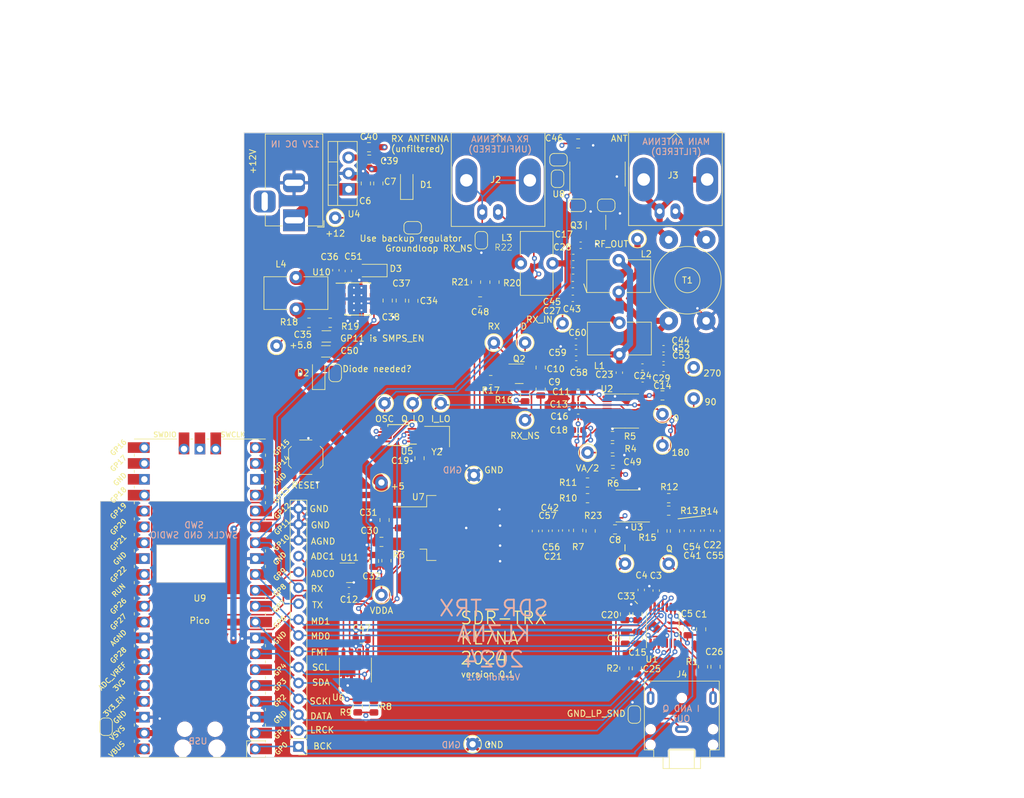
<source format=kicad_pcb>
(kicad_pcb (version 20240108) (generator "pcbnew") (generator_version "8.0")
  (title_block (title "SDR-TRX") (date "2024-02-14") (rev "0.1") (company "Walla Walla University") (comment 1 "Prototype Digital HF Transceiver"))
  (layers (0 "F.Cu" signal) (1 "In1.Cu" signal) (2 "In2.Cu" signal) (31 "B.Cu" signal) (34 "B.Paste" user) (35 "F.Paste" user) (36 "B.SilkS" user "B.Silkscreen") (37 "F.SilkS" user "F.Silkscreen") (38 "B.Mask" user) (39 "F.Mask" user) (44 "Edge.Cuts" user))
  (net 0 "")
  (net 1 "+3.3V")
  (net 2 "GND")
  (net 3 "Net-(U1-VREF)")
  (net 4 "Net-(U1-VINL)")
  (net 5 "Net-(U1-VINR)")
  (net 6 "Net-(D1-K)")
  (net 7 "VDDA")
  (net 8 "/Receiver/RX_NS")
  (net 9 "Net-(U2-1A)")
  (net 10 "/Class E PA/RX_IN")
  (net 11 "Net-(Q2-D)")
  (net 12 "Net-(U2-1B4)")
  (net 13 "/RX")
  (net 14 "Net-(U2-1B3)")
  (net 15 "Net-(U2-1B2)")
  (net 16 "Net-(U2-1B1)")
  (net 17 "Net-(U3B--)")
  (net 18 "Net-(C21-Pad2)")
  (net 19 "Net-(U3A--)")
  (net 20 "Net-(C22-Pad2)")
  (net 21 "Net-(C23-Pad1)")
  (net 22 "Net-(T1-AA)")
  (net 23 "/Receiver/I_OUT")
  (net 24 "/Receiver/Q_OUT")
  (net 25 "Net-(C27-Pad1)")
  (net 26 "Net-(U7-VO)")
  (net 27 "+5V")
  (net 28 "+12V")
  (net 29 "Net-(D2-A)")
  (net 30 "Net-(D3-K)")
  (net 31 "Net-(U10-BOOT)")
  (net 32 "Net-(U6-IN-)")
  (net 33 "Net-(U6-IN+)")
  (net 34 "Net-(C49-Pad2)")
  (net 35 "/BCK")
  (net 36 "/LRCK")
  (net 37 "/DATA")
  (net 38 "/SCKI")
  (net 39 "/SDA")
  (net 40 "/SCL")
  (net 41 "/FMT")
  (net 42 "/MD0")
  (net 43 "/MD1")
  (net 44 "/TX")
  (net 45 "/ADC0")
  (net 46 "/ADC1")
  (net 47 "Net-(J2-Ext)")
  (net 48 "Net-(J3-In)")
  (net 49 "Net-(J3-Ext)")
  (net 50 "Net-(JP1-B)")
  (net 52 "Net-(JP5-A)")
  (net 53 "Net-(JP5-B)")
  (net 54 "Net-(JP6-A)")
  (net 55 "Net-(JP6-B)")
  (net 56 "Net-(JP7-B)")
  (net 57 "Net-(JP8-B)")
  (net 58 "Net-(JP12-A)")
  (net 59 "Net-(L3-Pad1)")
  (net 60 "Net-(U3B-+)")
  (net 61 "Net-(U3A-+)")
  (net 62 "Net-(U10-VSENSE)")
  (net 63 "Net-(SW2-B)")
  (net 64 "Net-(U2-S0)")
  (net 65 "Net-(U2-S1)")
  (net 66 "/Class E PA/OSC")
  (net 67 "Net-(U5-XA)")
  (net 68 "Net-(U5-XB)")
  (net 83 "Net-(U11-K)")
  (net 93 "/SMPS_EN")
  (footprint "Diodes:DO-214AC-Rob" (layer "F.Cu") (at 134.05 58.3 90)
    (property "Reference" "D1")
    (property "Value" "SS54")
  )
  (footprint "Jumper:SolderJumper-2_P1.3mm_Open_RoundedPad1.0x1.5mm" (layer "F.Cu") (at 85.9 145.1 90)
    (property "Reference" "JP12" (hide yes))
    (property "Value" "USB Only" (hide yes))
  )
  (footprint "Capacitor_SMD:C_0603_1608Metric" (layer "F.Cu") (at 161.5 95.55)
    (property "Reference" "C16")
    (property "Value" "4.7nF")
  )
  (footprint "Capacitor_SMD:C_0805_2012Metric" (layer "F.Cu") (at 183.5 135.5 90)
    (property "Reference" "C26")
    (property "Value" "1uF")
  )
  (footprint "Capacitor_SMD:C_0805_2012Metric" (layer "F.Cu") (at 130.5 112 -90)
    (property "Reference" "C31")
    (property "Value" "0.1u")
  )
  (footprint "Capacitor_SMD:C_0603_1608Metric" (layer "F.Cu") (at 183.7 113.725 -90)
    (property "Reference" "C22")
    (property "Value" "120p")
  )
  (footprint "TestPoint:TestPoint_Keystone_5000-5004_Miniature" (layer "F.Cu") (at 175 95.05)
    (property "Reference" "TP6" (hide yes))
    (property "Value" "0")
  )
  (footprint "Connector_Coaxial:BNC_Amphenol_B6252HB-NPP3G-50_Horizontal" (layer "F.Cu") (at 177.08 62.55)
    (property "Reference" "J3")
    (property "Value" "BNC")
  )
  (footprint "Package_TO_SOT_SMD:SOT-23" (layer "F.Cu") (at 125.0375 120.45)
    (property "Reference" "U11")
    (property "Value" "CJ432")
  )
  (footprint "Capacitor_SMD:C_0805_2012Metric" (layer "F.Cu") (at 130 115.5 180)
    (property "Reference" "C30")
    (property "Value" "10uF")
  )
  (footprint "Resistor_SMD:R_0805_2012Metric" (layer "F.Cu") (at 118.4 80.4)
    (property "Reference" "R18")
    (property "Value" "10k")
  )
  (footprint "Crystal:Crystal_SMD_3225-4Pin_3.2x2.5mm" (layer "F.Cu") (at 138.9 98.65 180)
    (property "Reference" "Y2")
    (property "Value" "X322525MSB4SI")
  )
  (footprint "Connector_Coaxial:BNC_Amphenol_B6252HB-NPP3G-50_Horizontal" (layer "F.Cu") (at 148.68 62.68)
    (property "Reference" "J2")
    (property "Value" "BNC")
  )
  (footprint "Package_SO:SOIC-8_3.9x4.9mm_P1.27mm" (layer "F.Cu") (at 125.824762 136.025 90)
    (property "Reference" "U6")
    (property "Value" "INA219AxD")
  )
  (footprint "Capacitor_SMD:C_0603_1608Metric" (layer "F.Cu") (at 156.2625 113.7375 -90)
    (property "Reference" "C42")
    (property "Value" "120p")
  )
  (footprint "Capacitor_SMD:C_0805_2012Metric" (layer "F.Cu") (at 135.1 76.9 -90)
    (property "Reference" "C34")
    (property "Value" "22uF")
  )
  (footprint "Inductor_THT:L_Toroid_Vertical_L10.0mm_W5.0mm_P5.08mm" (layer "F.Cu") (at 168.1 80.4)
    (property "Reference" "L1")
    (property "Value" ".48uH 12t/T-37-6")
  )
  (footprint "TestPoint:TestPoint_Keystone_5000-5004_Miniature" (layer "F.Cu") (at 169 119 180)
    (property "Reference" "TP10" (hide yes))
    (property "Value" "I")
  )
  (footprint "Capacitor_SMD:C_0603_1608Metric" (layer "F.Cu") (at 161.175 85.2 180)
    (property "Reference" "C59")
    (property "Value" "120p")
  )
  (footprint "Capacitor_SMD:C_0603_1608Metric" (layer "F.Cu") (at 124.7 72.125 -90)
    (property "Reference" "C51")
    (property "Value" "4.7nF")
  )
  (footprint "Capacitor_SMD:C_0603_1608Metric" (layer "F.Cu") (at 159.5 113.675 -90)
    (property "Reference" "C57")
    (property "Value" "120p")
  )
  (footprint "Package_SO:TI_SO-PowerPAD-8_ThermalVias" (layer "F.Cu") (at 126.2 76.6)
    (property "Reference" "U10")
    (property "Value" "TPS5430DDA")
  )
  (footprint "Resistor_SMD:R_0805_2012Metric" (layer "F.Cu") (at 176 110.5)
    (property "Reference" "R13")
    (property "Value" "10")
  )
  (footprint "Capacitor_SMD:C_0603_1608Metric" (layer "F.Cu") (at 160.7 72.11 180)
    (property "Reference" "C27")
    (property "Value" "120p")
  )
  (footprint "Capacitor_SMD:C_0805_2012Metric" (layer "F.Cu") (at 131 76.85 -90)
    (property "Reference" "C38")
    (property "Value" "22uF")
  )
  (footprint "Capacitor_SMD:C_0805_2012Metric" (layer "F.Cu") (at 179.1 129.5 -90)
    (property "Reference" "C5")
    (property "Value" "0.1u")
  )
  (footprint "Capacitor_SMD:C_0805_2012Metric" (layer "F.Cu") (at 167.4 113.5 180)
    (property "Reference" "C8")
    (property "Value" "0.1u")
  )
  (footprint "Capacitor_SMD:C_0603_1608Metric" (layer "F.Cu") (at 154.6625 113.7625 -90)
    (property "Reference" "C21")
    (property "Value" "120p")
  )
  (footprint "TestPoint:TestPoint_Keystone_5000-5004_Miniature" (layer "F.Cu") (at 130 106)
    (property "Reference" "TP28" (hide yes))
    (property "Value" "+5")
  )
  (footprint "Capacitor_SMD:C_0603_1608Metric" (layer "F.Cu") (at 175.175 86.1)
    (property "Reference" "C52")
    (property "Value" "120p")
  )
  (footprint "Transformer_THT:Transformer_Toroid_Horizontal_D10.5mm_Amidon-T37" (layer "F.Cu") (at 182 80.1 90)
    (property "Reference" "T1" (hide yes))
    (property "Value" "1:1 FT37-43" (hide yes))
  )
  (footprint "Diodes:DO-214AC-Rob" (layer "F.Cu") (at 128.55 72.05 180)
    (property "Reference" "D3")
    (property "Value" "SS54")
  )
  (footprint "Connector_Audio:Jack_3.5mm_CUI_SJ1-3523N_Horizontal" (layer "F.Cu") (at 178.1 145.5)
    (property "Reference" "J4")
    (property "Value" "Audio Out to Soundcard")
    (fp_line (start -2.2 3.5) (end -2.2 4.5) (stroke (width 0.12)) (layer "Edge.Cuts"))
    (fp_line (start -2.2 4.5) (end -6.5 4.5) (stroke (width 0.12)) (layer "Edge.Cuts"))
    (fp_line (start 1.8 3.1) (end -1.8 3.1) (stroke (width 0.12)) (layer "Edge.Cuts"))
    (fp_line (start 2.2 3.5) (end 2.2 4.5) (stroke (width 0.12)) (layer "Edge.Cuts"))
    (fp_line (start 2.2 4.5) (end 6.5 4.5) (stroke (width 0.12)) (layer "Edge.Cuts"))
    (fp_arc (start -2.2 3.5) (mid -2.082842 3.217158) (end -1.8 3.1) (stroke (width 0.12)) (layer "Edge.Cuts"))
    (fp_arc (start 1.8 3.1) (mid 2.082843 3.217157) (end 2.2 3.5) (stroke (width 0.12)) (layer "Edge.Cuts"))
  )
  (footprint "Capacitor_SMD:C_0603_1608Metric" (layer "F.Cu") (at 171.6 123.2 -90)
    (property "Reference" "C4")
    (property "Value" "4.7nF")
  )
  (footprint "Resistor_SMD:R_0805_2012Metric" (layer "F.Cu") (at 126.2 141.8875 -90)
    (property "Reference" "R9")
    (property "Value" "4.7k")
  )
  (footprint "Capacitor_SMD:C_0603_1608Metric" (layer "F.Cu") (at 160.725 69.95 180)
    (property "Reference" "C28")
    (property "Value" "120p")
  )
  (footprint "Jumper:SolderJumper-2_P1.3mm_Bridged_RoundedPad1.0x1.5mm" (layer "F.Cu") (at 158.2 57.35 90)
    (property "Reference" "JP8" (hide yes))
    (property "Value" "CM2A" (hide yes))
  )
  (footprint "TestPoint:TestPoint_Keystone_5000-5004_Miniature" (layer "F.Cu") (at 159 80.5)
    (property "Reference" "TP14" (hide yes))
    (property "Value" "RX_IN")
  )
  (footprint "TestPoint:TestPoint_Keystone_5000-5004_Miniature" (layer "F.Cu") (at 176 119 180)
    (property "Reference" "TP11" (hide yes))
    (property "Value" "Q")
  )
  (footprint "Package_SO:TSSOP-16_4.4x5mm_P0.65mm" (layer "F.Cu") (at 169 94.55)
    (property "Reference" "U2")
    (property "Value" "SN74CBT3253CPWR")
  )
  (footprint "Package_SO:MSOP-10_3x3mm_P0.5mm" (layer "F.Cu") (at 132.7 98.4 180)
    (property "Reference" "U5")
    (property "Value" "MS5351M")
  )
  (footprint "Resistor_SMD:R_0805_2012Metric" (layer "F.Cu") (at 163 108.5 180)
    (property "Reference" "R10")
    (property "Value" "10")
  )
  (footprint "Capacitor_SMD:C_0805_2012Metric" (layer "F.Cu") (at 136.1 102.1 90)
    (property "Reference" "C19")
    (property "Value" "0.1u")
  )
  (footprint "Capacitor_SMD:C_0805_2012Metric" (layer "F.Cu") (at 181.2 129.5 90)
    (property "Reference" "C1")
    (property "Value" "10uF")
  )
  (footprint "TestPoint:TestPoint_Keystone_5000-5004_Miniature" (layer "F.Cu") (at 144.6 147.9)
    (property "Reference" "TP13" (hide yes))
    (property "Value" "GND")
  )
  (footprint "TestPoint:TestPoint_Keystone_5000-5004_Miniature" (layer "F.Cu") (at 180 87.55)
    (property "Reference" "TP7" (hide yes))
    (property "Value" "270")
  )
  (footprint "Jumper:SolderJumper-2_P1.3mm_Open_RoundedPad1.0x1.5mm" (layer "F.Cu") (at 170.5 143.15 -90)
    (property "Reference" "JP1" (hide yes))
    (property "Value" "GND_LP_SND")
  )
  (footprint "Capacitor_SMD:C_0805_2012Metric" (layer "F.Cu") (at 128 52.3)
    (property "Reference" "C40")
    (property "Value" "0.1u")
  )
  (footprint "Capacitor_SMD:C_0805_2012Metric" (layer "F.Cu") (at 171.05 130.8625 -90)
    (property "Reference" "C15")
    (property "Value" "0.1u")
  )
  (footprint "Capacitor_SMD:C_0603_1608Metric" (layer "F.Cu") (at 175.175 84.57)
    (property "Reference" "C44")
    (property "Value" "120p")
  )
  (footprint "TestPoint:TestPoint_Keystone_5000-5004_Miniature" (layer "F.Cu") (at 135 93.3)
    (property "Reference" "TP2" (hide yes))
    (property "Value" "Q_LO")
  )
  (footprint "Capacitor_SMD:C_0805_2012Metric" (layer "F.Cu") (at 155.5 87.5875 -90)
    (property "Reference" "C10")
    (property "Value" "0.1u")
  )
  (footprint "Capacitor_SMD:C_0603_1608Metric" (layer "F.Cu") (at 171.825 89.4 180)
    (property "Reference" "C29")
    (property "Value" "120p")
  )
  (footprint "Capacitor_SMD:C_0805_2012Metric" (layer "F.Cu") (at 145.8 77 180)
    (property "Reference" "C48")
    (property "Value" "0.1u")
  )
  (footprint "Package_SO:SOIC-14_3.9x8.7mm_P1.27mm" (layer "F.Cu") (at 164.6 56.6 90)
    (property "Reference" "U8")
    (property "Value" "74HC14")
  )
  (footprint "Capacitor_SMD:C_0603_1608Metric" (layer "F.Cu") (at 174 123.3 -90)
    (property "Reference" "C3")
    (property "Value" "4.7nF")
  )
  (footprint "Inductor_THT:L_Toroid_Vertical_L10.0mm_W5.0mm_P5.08mm" (layer "F.Cu") (at 116.3 73.12)
    (property "Reference" "L4")
    (property "Value" "15uH 7t/FT37-43")
  )
  (footprint "Capacitor_SMD:C_0603_1608Metric" (layer "F.Cu") (at 179 113.725 -90)
    (property "Reference" "C55")
    (property "Value" "120p")
  )
  (footprint "Capacitor_SMD:C_0603_1608Metric" (layer "F.Cu") (at 122.7 72 -90)
    (property "Reference" "C36")
    (property "Value" "4.7nF")
  )
  (footprint "Resistor_SMD:R_0805_2012Metric" (layer "F.Cu") (at 153 92.0875 90)
    (property "Reference" "R16")
    (property "Value" "470k")
  )
  (footprint "Capacitor_SMD:C_0805_2012Metric" (layer "F.Cu") (at 169.05 130.8625 90)
    (property "Reference" "C2")
    (property "Value" "10uF")
  )
  (footprint "TestPoint:TestPoint_Keystone_5000-5004_Miniature" (layer "F.Cu") (at 130.5 93.3)
    (property "Reference" "TP16" (hide yes))
    (property "Value" "OSC")
  )
  (footprint "Inductor_THT:L_Toroid_Vertical_L10.0mm_W5.0mm_P5.08mm" (layer "F.Cu") (at 152.32 70.9 90)
    (property "Reference" "L3")
    (property "Value" "200u 22t FT-37-43")
  )
  (footprint "Capacitor_SMD:C_0603_1608Metric" (layer "F.Cu") (at 160.65 76.5 180)
    (property "Reference" "C43")
    (property "Value" "120p")
  )
  (footprint "Capacitor_SMD:C_0805_2012Metric" (layer "F.Cu") (at 161.5 51.7 180)
    (property "Reference" "C46")
    (property "Value" "0.1u")
  )
  (footprint "Inductor_THT:L_Toroid_Vertical_L10.0mm_W5.0mm_P5.08mm" (layer "F.Cu") (at 168 70.4)
    (property "Reference" "L2")
    (property "Value" ".19uH 5t/T37-6")
  )
  (footprint "Capacitor_SMD:C_0603_1608Metric" (layer "F.Cu") (at 161.2 87 180)
    (property "Reference" "C58")
    (property "Value" "120p")
  )
  (footprint "TestPoint:TestPoint_Keystone_5000-5004_Miniature" (layer "F.Cu") (at 139.5 93.3)
    (property "Reference" "TP1" (hide yes))
    (property "Value" "I_LO")
  )
  (footprint "Capacitor_SMD:C_1206_3216Metric" (layer "F.Cu") (at 121.175 82.6)
    (property "Reference" "C35")
    (property "Value" "100uF")
  )
  (footprint "Package_TO_SOT_SMD:SOT-23" (layer "F.Cu") (at 152.0625 88.5875)
    (property "Reference" "Q2")
    (property "Value" "IRLML2060")
  )
  (footprint "TestPoint:TestPoint_Keystone_5000-5004_Miniature" (layer "F.Cu") (at 130 124)
    (property "Reference" "TP27" (hide yes))
    (property "Value" "VDDA")
  )
  (footprint "Shunt:.03 Shunt" (layer "F.Cu") (at 146.5 70.6 -90)
    (property "Reference" "R22")
    (property "Value" "0.03 shunt")
  )
  (footprint "Resistor_SMD:R_0805_2012Metric" (layer "F.Cu") (at 163.5 113.75 90)
    (property "Reference" "R23")
    (property "Value" "3.9k")
  )
  (footprint "Button_Switch_SMD:SW_Push_1P1T_XKB_TS-1187A" (layer "F.Cu") (at 117.88 101.94 -90)
    (property "Reference" "SW2" (hide yes))
    (property "Value" "RESET")
  )
  (footprint "Resistor_SMD:R_0805_2012Metric" (layer "F.Cu") (at 177 113.75 90)
    (property "Reference" "R14")
    (property "Value" "3.9k")
  )
  (footprint "TestPoint:TestPoint_Keystone_5000-5004_Miniature" (layer "F.Cu") (at 122.6 63.6)
    (property "Reference" "TP35" (hide yes))
    (property "Value" "+12")
  )
  (footprint "Capacitor_SMD:C_0603_1608Metric" (layer "F.Cu") (at 160.65 74.3 180)
    (property "Reference" "C45")
    (property "Value" "120p")
  )
  (footprint "Capacitor_SMD:C_0603_1608Metric" (layer "F.Cu") (at 161.9 68 180)
    (property "Reference" "C17")
    (property "Value" "120p")
  )
  (footprint "MCU_RaspberryPi_and_Boards:RPi_Pico_SMD_TH" (layer "F.Cu") (at 100.925 124.53 180)
    (property "Reference" "U9")
    (property "Value" "Pico")
  )
  (footprint "Resistor_SMD:R_0805_2012Metric" (layer "F.Cu") (at 128.8 141.9 -90)
    (property "Reference" "R8")
    (property "Value" "4.7k")
  )
  (footprint "Package_SO:TSSOP-14_4.4x5mm_P0.65mm" (layer "F.Cu") (at 175.05 128.8625 90)
    (property "Reference" "U1")
    (property "Value" "PCM1808PWR")
  )
  (footprint "Capacitor_SMD:C_0603_1608Metric" (layer "F.Cu") (at 171.8 87.5 180)
    (property "Reference" "C24")
    (property "Value" "120p")
  )
  (footprint "Capacitor_SMD:C_0603_1608Metric" (layer "F.Cu") (at 161.5 93.55)
    (property "Reference" "C13")
    (property "Value" "4.7nF")
  )
  (footprint "Resistor_SMD:R_0805_2012Metric" (layer "F.Cu") (at 148.1 73.9 90)
    (property "Reference" "R20")
    (property "Value" "10")
  )
  (footprint "Package_TO_SOT_THT:TO-220-3_Vertical" (layer "F.Cu") (at 124.745 59.04 90)
    (property "Reference" "U4")
    (property "Value" "LM7805_TO220")
  )
  (footprint "Resistor_SMD:R_0805_2012Metric" (layer "F.Cu") (at 121.8 80.4)
    (property "Reference" "R19")
    (property "Value" "2.67k")
  )
  (footprint "Package_TO_SOT_SMD:SOT-23" (layer "F.Cu") (at 164.3625 64.85 -90)
    (property "Reference" "Q3")
    (property "Value" "IRLML2060")
  )
  (footprint "Package_TO_SOT_SMD:TO-263-3_TabPin2" (layer "F.Cu") (at 142.075 113.275)
    (property "Reference" "U7")
    (property "Value" "LM2937xS")
  )
  (footprint "Resistor_SMD:R_0805_2012Metric" (layer "F.Cu") (at 130.8 118.5125 90)
    (property "Reference" "R3")
    (property "Value" "1")
  )
  (footprint "Resistor_SMD:R_0805_2012Metric" (layer "F.Cu") (at 147.5 89.5875 180)
    (property "Reference" "R17")
    (property "Value" "1k")
  )
  (footprint "Resistor_SMD:R_0805_2012Metric" (layer "F.Cu") (at 167 98.55)
    (property "Reference" "R5")
    (property "Value" "10k")
  )
  (footprint "TestPoint:TestPoint_Keystone_5000-5004_Miniature" (layer "F.Cu") (at 180 92.55)
    (property "Reference" "TP8" (hide yes))
    (property "Value" "90")
  )
  (footprint "Resistor_SMD:R_0805_2012Metric" (layer "F.Cu") (at 167.0875 104.5 180)
    (property "Reference" "R6")
    (property "Value" "10k")
  )
  (footprint "Capacitor_SMD:C_0603_1608Metric" (layer "F.Cu") (at 180.6 113.725 -90)
    (property "Reference" "C54")
    (property "Value" "120p")
  )
  (footprint "Resistor_SMD:R_0805_2012Metric" (layer "F.Cu") (at 175 113.75 90)
    (property "Reference" "R15")
    (property "Value" "3.9k")
  )
  (footprint "Capacitor_SMD:C_0805_2012Metric" (layer "F.Cu") (at 167.05 102.5 180)
    (property "Reference" "C49")
    (property "Value" "0.1u")
  )
  (footprint "Capacitor_SMD:C_0603_1608Metric" (layer "F.Cu") (at 182.2 113.675 -90)
    (property "Reference" "C41")
    (property "Value" "120p")
  )
  (footprint "Resistor_SMD:R_0805_2012Metric" (layer "F.Cu") (at 176 108.5)
    (property "Reference" "R12")
    (property "Value" "10")
  )
  (footprint "TestPoint:TestPoint_Keystone_5000-5004_Miniature" (layer "F.Cu") (at 163 101.2)
    (property "Reference" "TP12" (hide yes))
    (property "Value" "VA/2")
  )
  (footprint "Capacitor_SMD:C_0805_2012Metric" (layer "F.Cu") (at 127.5 58.1 90)
    (property "Reference" "C6")
    (property "Value" "10uF")
  )
  (footprint "Capacitor_SMD:C_0805_2012Metric" (layer "F.Cu") (at 175 92.05 180)
    (property "Reference" "C14")
    (property "Value" "0.1u")
  )
  (footprint "Capacitor_SMD:C_0805_2012Metric" (layer "F.Cu") (at 128.05 54.3)
    (property "Reference" "C39")
    (property "Value" "10uF")
  )
  (footprint "TestPoint:TestPoint_Keystone_5000-5004_Miniature" (layer "F.Cu") (at 113.2 84.1)
    (property "Reference" "TP34" (hide yes))
    (property "Value" "+5.8")
  )
  (footprint "Capacitor_SMD:C_0805_2012Metric" (layer "F.Cu") (at 155.5 91.1125 -90)
    (property "Reference" "C9")
    (property "Value" "0.1u")
  )
  (footprint "Resistor_SMD:R_0805_2012Metric" (layer "F.Cu") (at 168.9 135.75 90)
    (property "Reference" "R2")
    (property "Value" "200")
  )
  (footprint "Resistor_SMD:R_0805_2012Metric" (layer "F.Cu") (at 163 106 180)
    (property "Reference" "R11")
    (property "Value" "10")
  )
  (footprint "Resistor_SMD:R_0805_2012Metric" (layer "F.Cu") (at 167 100.5)
    (property "Reference" "R4")
    (property "Value" "10k")
  )
  (footprint "Capacitor_SMD:C_1206_3216Metric" (layer "F.Cu") (at 121.1 85)
    (property "Reference" "C50")
    (property "Value" "100uF")
  )
  (footprint "Package_SO:SOIC-8_3.9x4.9mm_P1.27mm" (layer "F.Cu") (at 169.5 109.75 180)
    (property "Reference" "U3")
    (property "Value" "OPA1612AxD")
  )
  (footprint "Jumper:SolderJumper-2_P1.3mm_Open_RoundedPad1.0x1.5mm" (layer "F.Cu") (at 146 67.2 90)
    (property "Reference" "JP2" (hide yes))
    (property "Value" "Groundloop RX_NS")
  )
  (footprint "Capacitor_SMD:C_0805_2012Metric" (layer "F.Cu") (at 129.5 58.1 -90)
    (property "Reference" "C7")
    (property "Value" "0.1u")
  )
  (footprint "Capacitor_SMD:C_0805_2012Metric" (layer "F.Cu") (at 169 127.0875 90)
    (property "Reference" "C20")
    (property "Value" "10uF")
  )
  (footprint "Capacitor_SMD:C_0805_2012Metric" (layer "F.Cu") (at 171 127.0875 -90)
    (property "Reference" "C33")
    (property "Value" "0.1u")
  )
  (footprint "TestPoint:TestPoint_Keystone_5000-5004_Miniature" (layer "F.Cu") (at 144.8 104.8)
    (property "Reference" "TP9" (hide yes))
    (property "Value" "GND")
  )
  (footprint "Capacitor_SMD:C_0603_1608Metric" (layer "F.Cu") (at 175.175 87.7)
    (property "Reference" "C53")
    (property "Value" "120p")
  )
  (footprint "Capacitor_SMD:C_0603_1608Metric" (layer "F.Cu") (at 168.1 88.4 -90)
    (property "Reference" "C23")
    (property "Value" "120p")
  )
  (footprint "Connector_PinHeader_2.54mm:PinHeader_1x16_P2.54mm_Vertical" (layer "F.Cu") (at 116.72 148.26 180)
    (property "Reference" "J1" (hide yes))
    (property "Value" "Debug Connector")
  )
  (footprint "Jumper:SolderJumper-2_P1.3mm_Bridged_RoundedPad1.0x1.5mm" (layer "F.Cu") (at 166 61.6)
    (property "Reference" "JP6" (hide yes))
    (property "Value" "CM1B" (hide yes))
  )
  (footprint "TestPoint:TestPoint_Keystone_5000-5004_Miniature" (layer "F.Cu") (at 148 83.6)
    (property "Reference" "TP17" (hide yes))
    (property "Value" "RX")
  )
  (footprint "Capacitor_SMD:C_0603_1608Metric" (layer "F.Cu") (at 124.8 123.3 180)
    (property "Reference" "C12")
    (property "Value" "4.7nF")
  )
  (footprint "Capacitor_SMD:C_0805_2012Metric" (layer "F.Cu") (at 128.8 118.55 90)
    (property "Reference" "C32")
    (property "Value" "10uF")
  )
  (footprint "Connector_BarrelJack:BarrelJack_Horizontal" (layer "F.Cu") (at 116 64 -90)
    (property "Reference" "J6" (hide yes))
    (property "Value" "+12V")
  )
  (footprint "Capacitor_SMD:C_0603_1608Metric" (layer "F.Cu") (at 157.8625 113.7125 -90)
    (property "Reference" "C56")
    (property "Value" "120p")
  )
  (footprint "TestPoint:TestPoint_Keystone_5000-5004_Miniature" (layer "F.Cu") (at 153 83.6)
    (property "Reference" "TP15" (hide yes))
    (property "Value" "D")
  )
  (footprint "TestPoint:TestPoint_Keystone_5000-5004_Miniature" (layer "F.Cu") (at 153 96)
    (property "Reference" "TP4" (hide yes))
    (property "Value" "RX_NS")
  )
  (footprint "Jumper:SolderJumper-2_P1.3mm_Bridged_RoundedPad1.0x1.5mm" (layer "F.Cu") (at 161.3 61.6)
    (property "Reference" "JP5" (hide yes))
    (property "Value" "CM1A" (hide yes))
  )
  (footprint "Jumper:SolderJumper-2_P1.3mm_Bridged_RoundedPad1.0x1.5mm" (layer "F.Cu") (at 158.35 54.3)
    (property "Reference" "JP7" (hide yes))
    (property "Value" "CM2B" (hide yes))
  )
  (footprint "Capacitor_SMD:C_0805_2012Metric" (layer "F.Cu") (at 133.1 76.85 -90)
    (property "Reference" "C37")
    (property "Value" "22uF")
  )
  (footprint "Jumper:SolderJumper-2_P1.3mm_Open_RoundedPad1.0x1.5mm" (layer "F.Cu") (at 122.6 88.45 -90)
    (property "Reference" "JP9" (hide yes))
    (property "Value" "Diode needed?")
  )
  (footprint "Resistor_SMD:R_0805_2012Metric" (layer "F.Cu") (at 145.15 73.9 90)
    (property "Reference" "R21")
    (property "Value" "10")
  )
  (footprint "Capacitor_SMD:C_0805_2012Metric" (layer "F.Cu") (at 170.9 135.75 90)
    (property "Reference" "C25")
    (property "Value" "1uF")
  )
  (footprint "Jumper:SolderJumper-2_P1.3mm_Bridged_RoundedPad1.0x1.5mm" (layer "F.Cu") (at 135 65.2 180)
    (property "Reference" "JP4" (hide yes))
    (property "Value" "Use backup regulator")
  )
  (footprint "Resistor_SMD:R_0805_2012Metric" (layer "F.Cu") (at 161.5 113.6625 90)
    (property "Reference" "R7")
    (property "Value" "3.9k")
  )
  (footprint "TestPoint:TestPoint_Keystone_5000-5004_Miniature" (layer "F.Cu") (at 171 67)
    (property "Reference" "TP18" (hide yes))
    (property "Value" "RF_OUT")
  )
  (footprint "Capacitor_SMD:C_0805_2012Metric" (layer "F.Cu") (at 126.824762 131)
    (property "Reference" "C47")
    (property "Value" "0.1u")
  )
  (footprint "TestPoint:TestPoint_Keystone_5000-5004_Miniature" (layer "F.Cu") (at 175 100.05)
    (property "Reference" "TP5" (hide yes))
    (property "Value" "180")
  )
  (footprint "Capacitor_SMD:C_0603_1608Metric" (layer "F.Cu") (at 161.5 91.55)
    (property "Reference" "C11")
    (property "Value" "4.7nF")
  )
  (footprint "Resistor_SMD:R_0805_2012Metric" (layer "F.Cu") (at 181.5 135.5 90)
    (property "Reference" "R1")
    (property "Value" "200")
  )
  (footprint "Diodes:DO-214AC-Rob" (layer "F.Cu") (at 119.95 88.75 90)
    (property "Reference" "D2")
    (property "Value" "SS54")
  )
  (footprint "Capacitor_SMD:C_0603_1608Metric" (layer "F.Cu") (at 161.5 97.6)
    (property "Reference" "C18")
    (property "Value" "4.7nF")
  )
  (footprint "Capacitor_SMD:C_0603_1608Metric" (layer "F.Cu") (at 161.15 83.49 180)
    (property "Reference" "C60")
    (property "Value" "120p")
  )
  (gr_line (start 162.88 75.56) (end 162.4 74.2) (stroke (width 0.15)) (layer "F.SilkS"))
  (gr_line (start 170.6 125) (end 171 125.4) (stroke (width 0.15)) (layer "F.SilkS"))
  (gr_line (start 177.5 111.8) (end 181.9 111.3) (stroke (width 0.15)) (layer "F.SilkS"))
  (gr_line (start 185 50) (end 184.88 50) (stroke (width 0.1)) (layer "Edge.Cuts"))
  (gr_line (start 94 116) (end 94 122) (stroke (width 0.1)) (layer "Edge.Cuts"))
  (gr_line (start 108.88 50) (end 184.88 50) (stroke (width 0.1)) (layer "Edge.Cuts"))
  (gr_line (start 108 50) (end 108.88 50) (stroke (width 0.1)) (layer "Edge.Cuts"))
  (gr_line (start 105 116) (end 94 116) (stroke (width 0.1)) (layer "Edge.Cuts"))
  (gr_line (start 108 109) (end 108 50) (stroke (width 0.1)) (layer "Edge.Cuts"))
  (gr_line (start 85 150) (end 171.6 150) (stroke (width 0.1)) (layer "Edge.Cuts"))
  (gr_line (start 105 122) (end 105 116) (stroke (width 0.1)) (layer "Edge.Cuts"))
  (gr_line (start 85 109) (end 108 109) (stroke (width 0.1)) (layer "Edge.Cuts"))
  (gr_line (start 184.6 150) (end 185 150) (stroke (width 0.1)) (layer "Edge.Cuts"))
  (gr_line (start 94 122) (end 105 122) (stroke (width 0.1)) (layer "Edge.Cuts"))
  (gr_line (start 85 150) (end 85 109) (stroke (width 0.1)) (layer "Edge.Cuts"))
  (gr_line (start 185 150) (end 185 50) (stroke (width 0.1)) (layer "Edge.Cuts"))
  (gr_text "RX ANTENNA\n(UNFILTERED)" (at 149 53.2 0) (layer "B.SilkS") (effects (font (size 1 1)) (justify bottom mirror)))
  (gr_text "GND" (at 143 104.6 0) (layer "B.SilkS") (effects (font (size 1 1)) (justify left bottom mirror)))
  (gr_text "GND" (at 142.8 148.6 0) (layer "B.SilkS") (effects (font (size 1 1)) (justify left bottom mirror)))
  (gr_text "12V DC IN" (at 120.2 52.4 0) (layer "B.SilkS") (effects (font (size 1 1)) (justify left bottom mirror)))
  (gr_text "I AND Q\nOUT" (at 178 144.4 0) (layer "B.SilkS") (effects (font (size 1 1)) (justify bottom mirror)))
  (gr_text "USB" (at 102.2 148 0) (layer "B.SilkS") (effects (font (size 1 1)) (justify left bottom mirror)))
  (gr_text "Version 0.1" (at 152.3 137.75 0) (layer "B.SilkS") (effects (font (size 1 1)) (justify left bottom mirror)))
  (gr_text "MAIN ANTENNA\n(FILTERED)" (at 177.2 53.6 0) (layer "B.SilkS") (effects (font (size 1 1)) (justify bottom mirror)))
  (gr_text "SDR-TRX\nKL7NA\n2024" (at 148 135.8 0) (layer "B.SilkS") (effects (font (size 2.54 2.54) (thickness 0.3)) (justify bottom mirror)))
  (gr_text "SWD\nSWCLK GND SWDIO" (at 100 115 0) (layer "B.SilkS") (effects (font (size 1 1)) (justify bottom mirror)))
  (gr_text "GP11 is SMPS_EN" (at 123.3 83.5 0) (layer "F.SilkS") (effects (font (size 1 1)) (justify left bottom)))
  (gr_text "SCKI\n" (at 118.4 141.6 0) (layer "F.SilkS") (effects (font (size 1 1)) (justify left bottom)))
  (gr_text "SDA" (at 118.8 138.6 0) (layer "F.SilkS") (effects (font (size 1 1)) (justify left bottom)))
  (gr_text "ADC0" (at 118.6 121.2 0) (layer "F.SilkS") (effects (font (size 1 1)) (justify left bottom)))
  (gr_text "GND" (at 118.4 110.8 0) (layer "F.SilkS") (effects (font (size 1 1)) (justify left bottom)))
  (gr_text "RX" (at 118.6 123.6 0) (layer "F.SilkS") (effects (font (size 1 1)) (justify left bottom)))
  (gr_text "GND" (at 118.6 113.4 0) (layer "F.SilkS") (effects (font (size 1 1)) (justify left bottom)))
  (gr_text "SDR-TRX\nKL7NA\n2024" (at 142.5 135.3 0) (layer "F.SilkS") (effects (font (size 2 2) (thickness 0.2)) (justify left bottom)))
  (gr_text "MD1" (at 118.6 128.8 0) (layer "F.SilkS") (effects (font (size 1 1)) (justify left bottom)))
  (gr_text "ADC1" (at 118.6 118.4 0) (layer "F.SilkS") (effects (font (size 1 1)) (justify left bottom)))
  (gr_text "BCK" (at 119 148.8 0) (layer "F.SilkS") (effects (font (size 1 1)) (justify left bottom)))
  (gr_text "RX ANTENNA\n(unfiltered)" (at 131.45 53.15 0) (layer "F.SilkS") (effects (font (size 1 1)) (justify left bottom)))
  (gr_text "version 0.1" (at 142.65 137.3 0) (layer "F.SilkS") (effects (font (size 1 1)) (justify left bottom)))
  (gr_text "ANT" (at 166.65 51.5 0) (layer "F.SilkS") (effects (font (size 1 1)) (justify left bottom)))
  (gr_text "AGND" (at 118.6 116 0) (layer "F.SilkS") (effects (font (size 1 1)) (justify left bottom)))
  (gr_text "LRCK" (at 118.5 146.2 0) (layer "F.SilkS") (effects (font (size 1 1)) (justify left bottom)))
  (gr_text "FMT" (at 118.6 133.8 0) (layer "F.SilkS") (effects (font (size 1 1)) (justify left bottom)))
  (gr_text "MD0" (at 118.6 131.2 0) (layer "F.SilkS") (effects (font (size 1 1)) (justify left bottom)))
  (gr_text "DATA" (at 118.5 144 0) (layer "F.SilkS") (effects (font (size 1 1)) (justify left bottom)))
  (gr_text "TX" (at 118.8 126.2 0) (layer "F.SilkS") (effects (font (size 1 1)) (justify left bottom)))
  (gr_text "SCL" (at 118.8 136.2 0) (layer "F.SilkS") (effects (font (size 1 1)) (justify left bottom)))
  (segment (start 172.8 130.6625) (end 172.8 130.552424) (width 0.25) (layer "F.Cu") (net 1))
  (segment (start 136.1 101.1875) (end 136.1 100.6) (width 0.25) (layer "F.Cu") (net 1))
  (segment (start 175.05 131.036459) (end 174.975118 130.961577) (width 0.25) (layer "F.Cu") (net 1))
  (segment (start 172.8 130.6625) (end 172.560073 130.6625) (width 0.25) (layer "F.Cu") (net 1))
  (segment (start 127.803722 133.47604) (end 127.729762 133.55) (width 0.25) (layer "F.Cu") (net 1))
  (segment (start 127.803722 132.191367) (end 127.803722 133.47604) (width 0.25) (layer "F.Cu") (net 1))
  (segment (start 174.975118 130.961577) (end 174.975118 130.199577) (width 0.25) (layer "F.Cu") (net 1))
  (segment (start 128.8 142.8125) (end 127.6 142.8125) (width 0.25) (layer "F.Cu") (net 1))
  (segment (start 127.6 142.8125) (end 127.6 143.205) (width 0.25) (layer "F.Cu") (net 1))
  (segment (start 174.676041 130.6625) (end 172.8 130.6625) (width 0.25) (layer "F.Cu") (net 1))
  (segment (start 176.723404 129.843398) (end 177.231134 130.351128) (width 0.25) (layer "F.Cu") (net 1))
  (segment (start 129.149158 97.849158) (end 129.149158 97.801316) (width 0.25) (layer "F.Cu") (net 1))
  (segment (start 130.5 97.9) (end 129.2 97.9) (width 0.25) (layer "F.Cu") (net 1))
  (segment (start 175.05 131.725) (end 175.05 131.036459) (width 0.25) (layer "F.Cu") (net 1))
  (segment (start 127.6 142.8125) (end 126.2125 142.8125) (width 0.25) (layer "F.Cu") (net 1))
  (segment (start 127.737262 132.124907) (end 127.803722 132.191367) (width 0.25) (layer "F.Cu") (net 1))
  (segment (start 133.8 99.4) (end 133.7 99.5) (width 0.25) (layer "F.Cu") (net 1))
  (segment (start 176.000305 129.775) (end 176.068703 129.843398) (width 0.25) (layer "F.Cu") (net 1))
  (segment (start 175.05 131.036459) (end 174.676041 130.6625) (width 0.25) (layer "F.Cu") (net 1))
  (segment (start 134.9 99.4) (end 133.8 99.4) (width 0.25) (layer "F.Cu") (net 1))
  (segment (start 136.1 100.6) (end 134.9 99.4) (width 0.25) (layer "F.Cu") (net 1))
  (segment (start 129.2 97.9) (end 129.149158 97.849158) (width 0.25) (layer "F.Cu") (net 1))
  (segment (start 126.2125 142.8125) (end 126.2 142.8) (width 0.25) (layer "F.Cu") (net 1))
  (segment (start 179 131.7) (end 179 130.4125) (width 0.25) (layer "F.Cu") (net 1))
  (segment (start 176.068703 129.843398) (end 176.723404 129.843398) (width 0.25) (layer "F.Cu") (net 1))
  (segment (start 127.774762 132.162407) (end 127.803722 132.191367) (width 0.25) (layer "F.Cu") (net 1))
  (segment (start 127.774762 131) (end 127.774762 132.162407) (width 0.25) (layer "F.Cu") (net 1))
  (segment (start 179 130.4125) (end 180.9625 130.4125) (width 0.25) (layer "F.Cu") (net 1))
  (segment (start 180.9625 130.4125) (end 181 130.45) (width 0.25) (layer "F.Cu") (net 1))
  (segment (start 127.6 143.205) (end 127.5 143.305) (width 0.25) (layer "F.Cu") (net 1))
  (segment (start 127.737262 131.125) (end 127.737262 132.124907) (width 0.25) (layer "F.Cu") (net 1))
  (segment (start 172.8 130.552424) (end 172.702155 130.454579) (width 0.25) (layer "F.Cu") (net 1))
  (segment (start 175.399695 129.775) (end 176.000305 129.775) (width 0.25) (layer "F.Cu") (net 1))
  (segment (start 174.975118 130.199577) (end 175.399695 129.775) (width 0.25) (layer "F.Cu") (net 1))
  (via (at 127.803722 132.191367) (size 0.8) (drill 0.4) (layers "F.Cu" "B.Cu") (net 1))
  (via (at 133.7 99.5) (size 0.8) (drill 0.4) (layers "F.Cu" "B.Cu") (net 1))
  (via (at 177.231134 130.351128) (size 0.8) (drill 0.4) (layers "F.Cu" "B.Cu") (net 1))
  (via (at 172.702155 130.454579) (size 0.8) (drill 0.4) (layers "F.Cu" "B.Cu") (net 1))
  (via (at 127.5 143.305) (size 0.8) (drill 0.4) (layers "F.Cu" "B.Cu") (net 1))
  (via (at 179 131.7) (size 0.8) (drill 0.4) (layers "F.Cu" "B.Cu") (net 1))
  (via (at 129.149158 97.801316) (size 0.8) (drill 0.4) (layers "F.Cu" "B.Cu") (net 1))
  (segment (start 127.803722 132.191367) (end 169.370702 132.191367) (width 0.25) (layer "B.Cu") (net 1))
  (segment (start 175.520532 128.422618) (end 172.93241 131.01074) (width 0.25) (layer "B.Cu") (net 1))
  (segment (start 171.225 129.86496) (end 174.495227 126.594733) (width 0.25) (layer "B.Cu") (net 1))
  (segment (start 177.651128 130.351128) (end 177.231134 130.351128) (width 0.25) (layer "B.Cu") (net 1))
  (segment (start 169.370702 132.191367) (end 171.225 130.337069) (width 0.25) (layer "B.Cu") (net 1))
  (segment (start 171.225 130.337069) (end 171.225 129.86496) (width 0.25) (layer "B.Cu") (net 1))
  (segment (start 175.095837 126.594733) (end 175.520532 127.019428) (width 0.25) (layer "B.Cu") (net 1))
  (segment (start 179 131.7) (end 177.651128 130.351128) (width 0.25) (layer "B.Cu") (net 1))
  (segment (start 174.495227 126.594733) (end 175.095837 126.594733) (width 0.25) (layer "B.Cu") (net 1))
  (segment (start 172.93241 130.684834) (end 172.702155 130.454579) (width 0.25) (layer "B.Cu") (net 1))
  (segment (start 172.93241 131.01074) (end 172.93241 130.684834) (width 0.25) (layer "B.Cu") (net 1))
  (segment (start 175.520532 127.019428) (end 175.520532 128.422618) (width 0.25) (layer "B.Cu") (net 1))
  (segment (start 166.425 96.825) (end 167 97.4) (width 0.25) (layer "F.Cu") (net 2))
  (segment (start 174.8625 93.1) (end 173.561827 93.1) (width 0.25) (layer "F.Cu") (net 2))
  (segment (start 146 110.5) (end 146.6 110.5) (width 0.25) (layer "F.Cu") (net 2))
  (segment (start 129 54.3) (end 130.6 54.3) (width 1) (layer "F.Cu") (net 2))
  (segment (start 134.7 83.3) (end 134.9 83.5) (width 2) (layer "F.Cu") (net 2))
  (segment (start 134.425 113.275) (end 130.8625 113.275) (width 0.25) (layer "F.Cu") (net 2))
  (segment (start 180 128.5875) (end 180 129.3) (width 0.25) (layer "F.Cu") (net 2))
  (segment (start 128.9 77.235) (end 130.435 77.235) (width 0.25) (layer "F.Cu") (net 2))
  (segment (start 122.7125 83.8) (end 122.7125 84.8625) (width 2) (layer "F.Cu") (net 2))
  (segment (start 171.0125 129.9125) (end 171.05 129.95) (width 0.25) (layer "F.Cu") (net 2))
  (segment (start 160.375 84.4) (end 158.9 84.4) (width 1) (layer "F.Cu") (net 2))
  (segment (start 167.325 92.275) (end 167.4 92.2) (width 0.25) (layer "F.Cu") (net 2))
  (segment (start 94.28 143.58) (end 94.5 143.8) (width 0.25) (layer "F.Cu") (net 2))
  (segment (start 128.4 112.1) (end 128.3 112) (width 0.25) (layer "F.Cu") (net 2))
  (segment (start 168.41 57.71) (end 167.7 57) (width 0.25) (layer "F.Cu") (net 2))
  (segment (start 160.725 91.55) (end 160.725 93.55) (width 0.25) (layer "F.Cu") (net 2))
  (segment (start 167.9 63.2) (end 168.2 62.9) (width 0.25) (layer "F.Cu") (net 2))
  (segment (start 116.72 112.7) (end 117.92 111.5) (width 0.25) (layer "F.Cu") (net 2))
  (segment (start 126.45 72.6) (end 126.45 74.45) (width 1) (layer "F.Cu") (net 2))
  (segment (start 135.1 79.1) (end 135.1 81.6) (width 2) (layer "F.Cu") (net 2))
  (segment (start 169.1 113.4) (end 169.3 113.2) (width 0.25) (layer "F.Cu") (net 2))
  (segment (start 129.2125 112.9125) (end 128.9 112.6) (width 0.25) (layer "F.Cu") (net 2))
  (segment (start 162.85 68) (end 164.2 68) (width 0.25) (layer "F.Cu") (net 2))
  (segment (start 118.06 111.5) (end 116.72 110.16) (width 0.25) (layer "F.Cu") (net 2))
  (segment (start 125.912262 129.712262) (end 125.9 129.7) (width 0.25) (layer "F.Cu") (net 2))
  (segment (start 127.5 57.15) (end 125.395 57.15) (width 1) (layer "F.Cu") (net 2))
  (segment (start 167.9 64.05) (end 167.9 63.2) (width 0.25) (layer "F.Cu") (net 2))
  (segment (start 162.4125 51.7) (end 163.6 51.7) (width 0.25) (layer "F.Cu") (net 2))
  (segment (start 137.8 97.8) (end 137.9 97.8) (width 0.25) (layer "F.Cu") (net 2))
  (segment (start 146 116.05) (end 148.95 116.05) (width 0.25) (layer "F.Cu") (net 2))
  (segment (start 164.6 54.125) (end 164.6 52.7) (width 0.25) (layer "F.Cu") (net 2))
  (segment (start 125.575 120.85) (end 125.975 120.45) (width 0.25) (layer "F.Cu") (net 2))
  (segment (start 126.2 76.6) (end 126.2 80.15) (width 2) (layer "F.Cu") (net 2))
  (segment (start 171.975 107.675) (end 171.3 107) (width 0.25) (layer "F.Cu") (net 2))
  (segment (start 116.72 115.24) (end 127.8 115.24) (width 0.25) (layer "F.Cu") (net 2))
  (segment (start 163.4125 62.6875) (end 163.5 62.6) (width 0.25) (layer "F.Cu") (net 2))
  (segment (start 127.0875 52.3) (end 127.0875 51.3125) (width 1) (layer "F.Cu") (net 2))
  (segment (start 133.6 77.8) (end 133.1 77.8) (width 2) (layer "F.Cu") (net 2))
  (segment (start 125.874762 131) (end 125.874762 129.725238) (width 0.25) (layer "F.Cu") (net 2))
  (segment (start 127.5 56.565559) (end 127.06722 56.132779) (width 1) (layer "F.Cu") (net 2))
  (segment (start 169.0375 126.175) (end 169 126.1375) (width 0.25) (layer "F.Cu") (net 2))
  (segment (start 125.395 57.15) (end 124.745 56.5) (width 1) (layer "F.Cu") (net 2))
  (segment (start 175.95 83.35) (end 177.2 84.6) (width 1) (layer "F.Cu") (net 2))
  (segment (start 128.79 115.24) (end 129.05 115.5) (width 0.25) (layer "F.Cu") (net 2))
  (segment (start 133.2 81) (end 135.1 79.1) (width 2) (layer "F.Cu") (net 2))
  (segment (start 139.6 99.5) (end 140 99.5) (width 0.25) (layer "F.Cu") (net 2))
  (segment (start 164.6 52.7) (end 163.9 52) (width 0.25) (layer "F.Cu") (net 2))
  (segment (start 129.5 57.1875) (end 127.5375 57.1875) (width 1) (layer "F.Cu") (net 2))
  (segment (start 135.05 77.8) (end 135.1 77.85) (width 2) (layer "F.Cu") (net 2))
  (segment (start 131 77.8) (end 133.6 77.8) (width 2) (layer "F.Cu") (net 2))
  (segment (start 135.1 77.85) (end 135.1 79.1) (width 2) (layer "F.Cu") (net 2))
  (segment (start 160.55 97.6) (end 160.4 97.6) (width 1) (layer "F.Cu") (net 2))
  (segment (start 134.9 85.2) (end 134.9 81.8) (width 2) (layer "F.Cu") (net 2))
  (segment (start 127.5375 57.1875) (end 127.5 57.15) (width 1) (layer "F.Cu") (net 2))
  (segment (start 127.0875 51.3125) (end 127.5 50.9) (width 1) (layer "F.Cu") (net 2))
  (segment (start 132.7 82.6) (end 133.4 83.3) (width 2) (layer "F.Cu") (net 2))
  (segment (start 160.725 93.55) (end 160.725 93.675) (width 0.25) (layer "F.Cu") (net 2))
  (segment (start 122.775 85.2) (end 134.9 85.2) (width 2) (layer "F.Cu") (net 2))
  (segment (start 167.9125 101.7) (end 168.8 101.7) (width 0.25) (layer "F.Cu") (net 2))
  (segment (start 125.8 76.2) (end 125.8 75) (width 2) (layer "F.Cu") (net 2))
  (segment (start 172.218929 129.9125) (end 172.731429 129.4) (width 0.25) (layer "F.Cu") (net 2))
  (segment (start 179.8 128.5875) (end 180 128.5875) (width 0.25) (layer "F.Cu") (net 2))
  (segment (start 172.731429 129.4) (end 173.4 129.4) (width 0.25) (layer "F.Cu") (net 2))
  (segment (start 160.725 93.675) (end 160.1 94.3) (width 0.25) (layer "F.Cu") (net 2))
  (segment (start 160.375 84.4) (end 160.375 86.95) (width 1) (layer "F.Cu") (net 2))
  (segment (start 132.9 83.8) (end 133.4 83.3) (width 2) (layer "F.Cu") (net 2))
  (segment (start 173.561827 93.1) (end 173.386827 92.925) (width 0.25) (layer "F.Cu") (net 2))
  (segment (start 167.9125 100.5) (end 167.9125 101.7) (width 0.25) (layer "F.Cu") (net 2))
  (segment (start 137.9 97.8) (end 139.6 99.5) (width 0.25) (layer "F.Cu") (net 2))
  (segment (start 117.92 111.5) (end 118.06 111.5) (width 0.25) (layer "F.Cu") (net 2))
  (segment (start 160.375 83.49) (end 160.375 84.4) (width 1) (layer "F.Cu") (net 2))
  (segment (start 127.8 115.24) (end 128.79 115.24) (width 0.25) (layer "F.Cu") (net 2))
  (segment (start 146 116.05) (end 146.45 116.05) (width 0.25) (layer "F.Cu") (net 2))
  (segment (start 144.8 104.8) (end 143.612653 103.612653) (width 0.25) (layer "F.Cu") (net 2))
  (segment (start 171.975 107.845) (end 171.975 107.675) (width 0.25) (layer "F.Cu") (net 2))
  (segment (start 173.75 131.725) (end 173.625 131.85) (width 0.25) (layer "F.Cu") (net 2))
  (segment (start 168.8 101.7) (end 168.9 101.6) (width 0.25) (layer "F.Cu") (net 2))
  (segment (start 160.75 95.525) (end 160.725 95.55) (width 0.25) (layer "F.Cu") (net 2))
  (segment (start 125.874762 129.725238) (end 125.9 129.7) (width 0.25) (layer "F.Cu") (net 2))
  (segment (start 166.1375 96.825) (end 166.425 96.825) (width 0.25) (layer "F.Cu") (net 2))
  (segment (start 119.755 98.94) (end 118.34 98.94) (width 0.25) (layer "F.Cu") (net 2))
  (segment (start 127.5 57.15) (end 127.5 56.565559) (width 1) (layer "F.Cu") (net 2))
  (segment (start 122.7125 84.8625) (end 122.575 85) (width 2) (layer "F.Cu") (net 2))
  (segment (start 181 128.55) (end 180.9625 128.5875) (width 0.25) (layer "F.Cu") (net 2))
  (segment (start 160.375 86.95) (end 160.425 87) (width 1) (layer "F.Cu") (net 2))
  (segment (start 146.5875 89.5875) (end 146.5875 90.9875) (width 0.25) (layer "F.Cu") (net 2))
  (segment (start 109.815 143.58) (end 113.22 143.58) (width 0.25) (layer "F.Cu") (net 2))
  (segment (start 170.5 142.5) (end 170.5 141.5) (width 0.25) (layer "F.Cu") (net 2))
  (segment (start 127.8 115.24) (end 127.8 115.85) (width 0.25) (layer "F.Cu") (net 2))
  (segment (start 130.5 112.9125) (end 129.2125 112.9125) (width 0.25) (layer "F.Cu") (net 2))
  (segment (start 92.035 143.58) (end 94.28 143.58) (width 0.25) (layer "F.Cu") (net 2))
  (segment (start 126.2 76.6) (end 125.8 76.2) (width 2) (layer "F.Cu") (net 2))
  (segment (start 124.0125 81.7) (end 122.7125 80.4) (width 2) (layer "F.Cu") (net 2))
  (segment (start 148.7 110.5) (end 148.9 110.3) (width 0.25) (layer "F.Cu") (net 2))
  (segment (start 127.8 115.85) (end 127.65 116) (width 0.25) (layer "F.Cu") (net 2))
  (segment (start 180.9625 128.5875) (end 179.8 128.5875) (width 0.25) (layer "F.Cu") (net 2))
  (segment (start 125.912262 133.0025) (end 126.459762 133.55) (width 0.25) (layer "F.Cu") (net 2))
  (segment (start 169.05 129.9125) (end 169.2125 129.9125) (width 0.25) (layer "F.Cu") (net 2))
  (segment (start 135.1 81.6) (end 135 81.7) (width 2) (layer "F.Cu") (net 2))
  (segment (start 119.755 105.945) (end 119.7 106) (width 0.25) (layer "F.Cu") (net 2))
  (segment (start 159.6 91.5) (end 160.675 91.5) (width 0.25) (layer "F.Cu") (net 2))
  (segment (start 133.6 77.8) (end 131.9 79.5) (width 2) (layer "F.Cu") (net 2))
  (segment (start 133.2 81.7) (end 124.0125 81.7) (width 2) (layer "F.Cu") (net 2))
  (segment (start 170 126.175) (end 170 125.5) (width 0.25) (layer "F.Cu") (net 2))
  (segment (start 126.45 74.45) (end 126.8 74.8) (width 1) (layer "F.Cu") (net 2))
  (segment (start 141.15 110.85) (end 143.575 113.275) (width 0.25) (layer "F.Cu") (net 2))
  (segment (start 135.3125 103.0125) (end 134.8 102.5) (width 0.25) (layer "F.Cu") (net 2))
  (segment (start 148.95 116.05) (end 149 116.1) (width 0.25) (layer "F.Cu") (net 2))
  (segment (start 162.06 52.0525) (end 162.4125 51.7) (width 0.25) (layer "F.Cu") (net 2))
  (segment (start 125.874762 131) (end 125.874762 132.1625) (width 0.25) (layer "F.Cu") (net 2))
  (segment (start 158.9 84.4) (end 158.7 84.2) (width 1) (layer "F.Cu") (net 2))
  (segment (start 173.625 131.85) (end 173.625 132.637) (width 0.25) (layer "F.Cu") (net 2))
  (segment (start 141.15 110.5) (end 141.15 110.85) (width 0.25) (layer "F.Cu") (net 2))
  (segment (start 143.612653 103.612653) (end 143.612653 103.312653) (width 0.25) (layer "F.Cu") (net 2))
  (segment (start 171.6 122.425) (end 173.9 122.425) (width 0.25) (layer "F.Cu") (net 2))
  (segment (start 160.425 87.275) (end 160.4 87.3) (width 1) (layer "F.Cu") (net 2))
  (segment (start 140 100.2) (end 139.6 100.6) (width 0.25) (layer "F.Cu") (net 2))
  (segment (start 159.25 93.55) (end 159.2 93.6) (width 0.25) (layer "F.Cu") (net 2))
  (segment (start 146.45 116.05) (end 149 118.6) (width 0.25) (layer "F.Cu") (net 2))
  (segment (start 160.4 97.6) (end 158.6 95.8) (width 1) (layer "F.Cu") (net 2))
  (segment (start 160.55 95.55) (end 158.85 95.55) (width 1) (layer "F.Cu") (net 2))
  (segment (start 122.65 82.6) (end 132.7 82.6) (width 2) (layer "F.Cu") (net 2))
  (segment (start 133.6 77.8) (end 135.05 77.8) (width 2) (layer "F.Cu") (net 2))
  (segment (start 175.95 83) (end 175.95 87.7) (width 1) (layer "F.Cu") (net 2))
  (segment (start 171 126.175) (end 170 126.175) (width 0.25) (layer "F.Cu") (net 2))
  (segment (start 125.874762 132.1625) (end 125.912262 132.2) (width 0.25) (layer "F.Cu") (net 2))
  (segment (start 167.9125 101.7) (end 167.9125 102.5) (width 0.25) (layer "F.Cu") (net 2))
  (segment (start 175.7 131.725) (end 175.7 130.5) (width 0.25) (layer "F.Cu") (net 2))
  (segment (start 182 80.1) (end 182 79.5) (width 0.25) (layer "F.Cu") (net 2))
  (segment (start 130.5 98.4) (end 129.600498 98.4) (width 0.25) (layer "F.Cu") (net 2))
  (segment (start 173.625 132.637) (end 173.2 133.062) (width 0.25) (layer "F.Cu") (net 2))
  (segment (start 130.8625 113.275) (end 130.5 112.9125) (width 0.25) (layer "F.Cu") (net 2))
  (segment (start 163.4125 63.9125) (end 163.4125 62.6875) (width 0.25) (layer "F.Cu") (net 2))
  (segment (start 175.95 83) (end 175.95 83.35) (width 1) (layer "F.Cu") (net 2))
  (segment (start 146 67.85) (end 146 69.2) (width 0.25) (layer "F.Cu") (net 2))
  (segment (start 140 99.5) (end 140 100.2) (width 0.25) (layer "F.Cu") (net 2))
  (segment (start 182 79.5) (end 180.6 78.1) (width 0.25) (layer "F.Cu") (net 2))
  (segment (start 173.9 122.425) (end 174 122.525) (width 0.25) (layer "F.Cu") (net 2))
  (segment (start 163.6 51.7) (end 163.9 52) (width 0.25) (layer "F.Cu") (net 2))
  (segment (start 131.2 80.2) (end 131.9 79.5) (width 2) (layer "F.Cu") (net 2))
  (segment (start 122.575 85) (end 122.775 85.2) (width 2) (layer "F.Cu") (net 2))
  (segment (start 175.9125 92.05) (end 174.8625 93.1) (width 0.25) (layer "F.Cu") (net 2))
  (segment (start 136.1 103.0125) (end 135.3125 103.0125) (width 0.25) (layer "F.Cu") (net 2))
  (segment (start 146.5875 90.9875) (end 146.6 91) (width 0.25) (layer "F.Cu") (net 2))
  (segment (start 160.725 93.55) (end 159.25 93.55) (width 0.25) (layer "F.Cu") (net 2))
  (segment (start 170 126.175) (end 169.0375 126.175) (width 0.25) (layer "F.Cu") (net 2))
  (segment (start 130.435 77.235) (end 131 77.8) (width 0.25) (layer "F.Cu") (net 2))
  (segment (start 173.386827 92.925) (end 171.8625 92.925) (width 0.25) (layer "F.Cu") (net 2))
  (segment (start 160.75 91.525) (end 160.75 95.525) (width 0.25) (layer "F.Cu") (net 2))
  (segment (start 160.675 91.5) (end 160.725 91.55) (width 0.25) (layer "F.Cu") (net 2))
  (segment (start 126.2 80.15) (end 127.65 81.6) (width 2) (layer "F.Cu") (net 2))
  (segment (start 135 81.7) (end 133.2 81.7) (width 2) (layer "F.Cu") (net 2))
  (segment (start 158.85 95.55) (end 158.6 95.8) (width 1) (layer "F.Cu") (net 2))
  (segment (start 160.725 91.55) (end 160.75 91.525) (width 0.25) (layer "F.Cu") (net 2))
  (segment (start 127.65 116.45) (end 127.65 116) (width 0.25) (layer "F.Cu") (net 2))
  (segment (start 129.600498 98.4) (end 129.200498 98.8) (width 0.25) (layer "F.Cu") (net 2))
  (segment (start 164.2 68) (end 164.4 67.8) (width 0.25) (layer "F.Cu") (net 2))
  (segment (start 128.8 117.6) (end 127.65 116.45) (width 0.25) (layer "F.Cu") (net 2))
  (segment (start 118.34 98.94) (end 118.3 98.9) (width 0.25) (layer "F.Cu") (net 2))
  (segment (start 125.975 120.45) (end 128.8 117.625) (width 0.25) (layer "F.Cu") (net 2))
  (segment (start 122.7125 83.8) (end 132.9 83.8) (width 2) (layer "F.Cu") (net 2))
  (segment (start 146.6 110.5) (end 149 112.9) (width 0.25) (layer "F.Cu") (net 2))
  (segment (start 179 128.5875) (end 179.8 128.5875) (width 0.25) (layer "F.Cu") (net 2))
  (segment (start 119.755 104.94) (end 119.755 105.945) (width 0.25) (layer "F.Cu") (net 2))
  (segment (start 128.9 112.6) (end 128.4 112.1) (width 0.25) (layer "F.Cu") (net 2))
  (segment (start 162.06 54.125) (end 162.06 52.0525) (width 0.25) (layer "F.Cu") (net 2))
  (segment (start 113.22 143.58) (end 113.3 143.5) (width 0.25) (layer "F.Cu") (net 2))
  (segment (start 171.55 122.5875) (end 174.05 122.5875) (width 0.25) (layer "F.Cu") (net 2))
  (segment (start 125.912262 132.2) (end 125.912262 129.712262) (width 0.25) (layer "F.Cu") (net 2))
  (segment (start 160.425 87) (end 160.425 87.275) (width 1) (layer "F.Cu") (net 2))
  (segment (start 166.1375 92.275) (end 167.325 92.275) (width 0.25) (layer "F.Cu") (net 2))
  (segment (start 134.9 81.8) (end 135 81.7) (width 2) (layer "F.Cu") (net 2))
  (segment (start 146 110.5) (end 148.7 110.5) (width 0.25) (layer "F.Cu") (net 2))
  (segment (start 168.41 59.075) (end 168.41 57.71) (width 0.25) (layer "F.Cu") (net 2))
  (segment (start 169.05 129.9125) (end 172.218929 129.9125) (width 0.25) (layer "F.Cu") (net 2))
  (segment (start 123.919762 138.5) (end 125.189762 138.5) (width 0.25) (layer "F.Cu") (net 2))
  (segment (start 122.7125 80.4) (end 122.7125 83.8) (width 2) (layer "F.Cu") (net 2))
  (segment (start 168.3125 113.4) (end 169.1 113.4) (width 0.25) (layer "F.Cu") (net 2))
  (segment (start 128.8 117.625) (end 128.8 117.6) (width 0.25) (layer "F.Cu") (net 2))
  (segment (start 125.912262 131.125) (end 125.912262 133.0025) (width 0.25) (layer "F.Cu") (net 2))
  (segment (start 125.575 123.3) (end 125.575 120.85) (width 0.25) (layer "F.Cu") (net 2))
  (segment (start 131 80.2) (end 131 77.8) (width 2) (layer "F.Cu") (net 2))
  (segment (start 127.65 81.6) (end 129.6 81.6) (width 2) (layer "F.Cu") (net 2))
  (segment (start 133.4 83.3) (end 134.7 83.3) (width 2) (layer "F.Cu") (net 2))
  (segment (start 131 80.2) (end 131.2 80.2) (width 2) (layer "F.Cu") (net 2))
  (segment (start 133.2 81.7) (end 133.2 81) (width 2) (layer "F.Cu") (net 2))
  (segment (start 170.5 141.5) (end 170.2 141.2) (width 0.25) (layer "F.Cu") (net 2))
  (segment (start 129.6 81.6) (end 131 80.2) (width 2) (layer "F.Cu") (net 2))
  (via (at 125.575 122) (size 0.8) (drill 0.4) (layers "F.Cu" "B.Cu") (net 2))
  (via (at 147.25 147.8) (size 0.8) (drill 0.4) (layers "F.Cu" "B.Cu") (net 2))
  (via (at 167 97.4) (size 0.8) (drill 0.4) (layers "F.Cu" "B.Cu") (net 2))
  (via (at 149 112.9) (size 0.8) (drill 0.4) (layers "F.Cu" "B.Cu") (net 2))
  (via (at 124.6 80.1) (size 0.8) (drill 0.4) (layers "F.Cu" "B.Cu") (net 2))
  (via (at 131.9 79.5) (size 0.8) (drill 0.4) (layers "F.Cu" "B.Cu") (net 2))
  (via (at 171.3 107) (size 0.8) (drill 0.4) (layers "F.Cu" "B.Cu") (net 2))
  (via (at 127.5 50.9) (size 0.8) (drill 0.4) (layers "F.Cu" "B.Cu") (net 2))
  (via (at 127.06722 56.132779) (size 0.8) (drill 0.4) (layers "F.Cu" "B.Cu") (net 2))
  (via (at 163.5 62.6) (size 0.8) (drill 0.4) (layers "F.Cu" "B.Cu") (net 2))
  (via (at 168.2 62.9) (size 0.8) (drill 0.4) (layers "F.Cu" "B.Cu") (net 2))
  (via (at 139.6 100.6) (size 0.8) (drill 0.4) (layers "F.Cu" "B.Cu") (net 2))
  (via (at 143.612653 103.312653) (size 0.8) (drill 0.4) (layers "F.Cu" "B.Cu") (net 2))
  (via (at 167.7 57) (size 0.8) (drill 0.4) (layers "F.Cu" "B.Cu") (net 2))
  (via (at 126.45 73.55) (size 0.8) (drill 0.4) (layers "F.Cu" "B.Cu") (net 2))
  (via (at 170 125.5) (size 0.8) (drill 0.4) (layers "F.Cu" "B.Cu") (net 2))
  (via (at 129.6 81.6) (size 0.8) (drill 0.4) (layers "F.Cu" "B.Cu") (net 2))
  (via (at 130.6 54.3) (size 0.8) (drill 0.4) (layers "F.Cu" "B.Cu") (net 2))
  (via (at 180.6 78.1) (size 0.8) (drill 0.4) (layers "F.Cu" "B.Cu") (net 2))
  (via (at 148.9 110.3) (size 0.8) (drill 0.4) (layers "F.Cu" "B.Cu") (net 2))
  (via (at 126.7 83.8) (size 0.8) (drill 0.4) (layers "F.Cu" "B.Cu") (net 2))
  (via (at 119.7 106) (size 0.8) (drill 0.4) (layers "F.Cu" "B.Cu") (net 2))
  (via (at 173.4 129.4) (size 0.8) (drill 0.4) (layers "F.Cu" "B.Cu") (net 2))
  (via (at 164.4 67.8) (size 0.8) (drill 0.4) (layers "F.Cu" "B.Cu") (net 2))
  (via (at 118.06 111.5) (size 0.8) (drill 0.4) (layers "F.Cu" "B.Cu") (net 2))
  (via (at 168.9 101.6) (size 0.8) (drill 0.4) (layers "F.Cu" "B.Cu") (net 2))
  (via (at 113.1 118.25) (size 0.8) (drill 0.4) (layers "F.Cu" "B.Cu") (net 2))
  (via (at 149 116.1) (size 0.8) (drill 0.4) (layers "F.Cu" "B.Cu") (net 2))
  (via (at 177.2 84.6) (size 0.8) (drill 0.4) (layers "F.Cu" "B.Cu") (net 2))
  (via (at 125.912262 132.2) (size 0.8) (drill 0.4) (layers "F.Cu" "B.Cu") (net 2))
  (via (at 175.7 130.5) (size 0.8) (drill 0.4) (layers "F.Cu" "B.Cu") (net 2))
  (via (at 169.3 113.2) (size 0.8) (drill 0.4) (layers "F.Cu" "B.Cu") (net 2))
  (via (at 94.5 143.8) (size 0.8) (drill 0.4) (layers "F.Cu" "B.Cu") (net 2))
  (via (at 160.1 94.3) (size 0.8) (drill 0.4) (layers "F.Cu" "B.Cu") (net 2))
  (via (at 180 129.3) (size 0.8) (drill 0.4) (layers "F.Cu" "B.Cu") (net 2))
  (via (at 126.2 80.15) (size 0.8) (drill 0.4) (layers "F.Cu" "B.Cu") (net 2))
  (via (at 113.3 143.5) (size 0.8) (drill 0.4) (layers "F.Cu" "B.Cu") (net 2))
  (via (at 170.2 141.2) (size 0.8) (drill 0.4) (layers "F.Cu" "B.Cu") (net 2))
  (via (at 167.4 92.2) (size 0.8) (drill 0.4) (layers "F.Cu" "B.Cu") (net 2))
  (via (at 107.7 131) (size 0.8) (drill 0.4) (layers "F.Cu" "B.Cu") (net 2))
  (via (at 125.9 129.7) (size 0.8) (drill 0.4) (layers "F.Cu" "B.Cu") (net 2))
  (via (at 163.9 52) (size 0.8) (drill 0.4) (layers "F.Cu" "B.Cu") (net 2))
  (via (at 143.575 113.275) (size 0.8) (drill 0.4) (layers "F.Cu" "B.Cu") (net 2))
  (via (at 158.7 84.2) (size 0.8) (drill 0.4) (layers "F.Cu" "B.Cu") (net 2))
  (via (at 172.9 122.5875) (size 0.8) (drill 0.4) (layers "F.Cu" "B.Cu") (net 2))
  (via (at 118.3 98.9) (size 0.8) (drill 0.4) (layers "F.Cu" "B.Cu") (net 2))
  (via (at 149 118.6) (size 0.8) (drill 0.4) (layers "F.Cu" "B.Cu") (net 2))
  (via (at 146.6 91) (size 0.8) (drill 0.4) (layers "F.Cu" "B.Cu") (net 2))
  (via (at 146 69.2) (size 0.8) (drill 0.4) (layers "F.Cu" "B.Cu") (net 2))
  (via (at 127.65 116) (size 0.8) (drill 0.4) (layers "F.Cu" "B.Cu") (net 2))
  (via (at 129.200498 98.8) (size 0.8) (drill 0.4) (layers "F.Cu" "B.Cu") (net 2))
  (via (at 158.6 95.8) (size 0.8) (drill 0.4) (layers "F.Cu" "B.Cu") (net 2))
  (via (at 134.8 102.5) (size 0.8) (drill 0.4) (layers "F.Cu" "B.Cu") (net 2))
  (via (at 124.6 138.5) (size 0.8) (drill 0.4) (layers "F.Cu" "B.Cu") (net 2))
  (via (at 128.3 112) (size 0.8) (drill 0.4) (layers "F.Cu" "B.Cu") (net 2))
  (via (at 173.2 133.062) (size 0.8) (drill 0.4) (layers "F.Cu" "B.Cu") (net 2))
  (segment (start 107.82 130.88) (end 107.7 131) (width 0.25) (layer "B.Cu") (net 2))
  (segment (start 126.2 76.6) (end 126.2 75.4) (width 0.25) (layer "B.Cu") (net 2))
  (segment (start 125.6 78.4) (end 125.6 79.1) (width 0.25) (layer "B.Cu") (net 2))
  (segment (start 131.9 78.7) (end 131.9 79.5) (width 0.25) (layer "B.Cu") (net 2))
  (segment (start 113.03 118.18) (end 113.1 118.25) (width 1) (layer "B.Cu") (net 2))
  (segment (start 126.8 77.3) (end 125.6 77.3) (width 0.25) (layer "B.Cu") (net 2))
  (segment (start 130.5 77.3) (end 131.9 78.7) (width 0.25) (layer "B.Cu") (net 2))
  (segment (start 109.815 118.18) (end 113.03 118.18) (width 1) (layer "B.Cu") (net 2))
  (segment (start 147.15 147.9) (end 147.25 147.8) (width 1) (layer "B.Cu") (net 2))
  (segment (start 125.6 76) (end 126.8 76) (width 0.25) (layer "B.Cu") (net 2))
  (segment (start 144.6 147.9) (end 147.15 147.9) (width 1) (layer "B.Cu") (net 2))
  (segment (start 109.815 130.88) (end 107.82 130.88) (width 0.25) (layer "B.Cu") (net 2))
  (segment (start 126.2 75.4) (end 126.8 74.8) (width 0.25) (layer "B.Cu") (net 2))
  (segment (start 125.6 78.4) (end 125.6 74.8) (width 2) (layer "B.Cu") (net 2))
  (segment (start 125.6 77.2) (end 126.2 76.6) (width 0.25) (layer "B.Cu") (net 2))
  (segment (start 125.6 79.1) (end 124.6 80.1) (width 0.25) (layer "B.Cu") (net 2))
  (segment (start 126.8 78.4) (end 125.6 78.4) (width 0.25) (layer "B.Cu") (net 2))
  (segment (start 126.8 79.55) (end 126.2 80.15) (width 0.25) (layer "B.Cu") (net 2))
  (segment (start 126.8 77.3) (end 130.5 77.3) (width 0.25) (layer "B.Cu") (net 2))
  (segment (start 125.6 78.4) (end 125.6 77.2) (width 0.25) (layer "B.Cu") (net 2))
  (segment (start 126.8 74.8) (end 126.8 78.4) (width 0.25) (layer "B.Cu") (net 2))
  (segment (start 126.8 78.4) (end 126.8 79.55) (width 0.25) (layer "B.Cu") (net 2))
  (segment (start 126.8 74.8) (end 125.6 74.8) (width 0.25) (layer "B.Cu") (net 2))
  (segment (start 169.1375 131.725) (end 169.05 131.8125) (width 0.25) (layer "F.Cu") (net 3))
  (segment (start 171.911528 131.73574) (end 171.900788 131.725) (width 0.25) (layer "F.Cu") (net 3))
  (segment (start 171.900788 131.725) (end 169.1375 131.725) (width 0.25) (layer "F.Cu") (net 3))
  (segment (start 172.522878 131.725) (end 172.512138 131.73574) (width 0.25) (layer "F.Cu") (net 3))
  (segment (start 172.512138 131.73574) (end 171.911528 131.73574) (width 0.25) (layer "F.Cu") (net 3))
  (segment (start 173.1 131.725) (end 172.522878 131.725) (width 0.25) (layer "F.Cu") (net 3))
  (segment (start 173.75 127.299506) (end 175.775494 129.325) (width 0.25) (layer "F.Cu") (net 4))
  (segment (start 177.956134 131.681439) (end 180.862195 134.5875) (width 0.25) (layer "F.Cu") (net 4))
  (segment (start 173.75 126) (end 173.75 124.4375) (width 0.25) (layer "F.Cu") (net 4))
  (segment (start 177.956134 130.050823) (end 177.956134 131.681439) (width 0.25) (layer "F.Cu") (net 4))
  (segment (start 173.75 126) (end 173.75 127.299506) (width 0.25) (layer "F.Cu") (net 4))
  (segment (start 180.862195 134.5875) (end 181.5 134.5875) (width 0.25) (layer "F.Cu") (net 4))
  (segment (start 177.230311 129.325) (end 177.956134 130.050823) (width 0.25) (layer "F.Cu") (net 4))
  (segment (start 175.775494 129.325) (end 177.230311 129.325) (width 0.25) (layer "F.Cu") (net 4))
  (segment (start 174 124.075) (end 173.75 124.325) (width 0.25) (layer "F.Cu") (net 4))
  (segment (start 173.75 124.4375) (end 174.05 124.1375) (width 0.25) (layer "F.Cu") (net 4))
  (segment (start 173.75 124.325) (end 173.75 126) (width 0.25) (layer "F.Cu") (net 4))
  (segment (start 168.536491 128.887836) (end 171.687836 128.887836) (width 0.25) (layer "F.Cu") (net 5))
  (segment (start 173.1 127.475673) (end 173.1 126) (width 0.25) (layer "F.Cu") (net 5))
  (segment (start 168 133.9375) (end 168 129.424327) (width 0.25) (layer "F.Cu") (net 5))
  (segment (start 171.55 124.1375) (end 173.1 125.6875) (width 0.25) (layer "F.Cu") (net 5))
  (segment (start 168.9 134.8375) (end 168 133.9375) (width 0.25) (layer "F.Cu") (net 5))
  (segment (start 171.687836 128.887836) (end 173.1 127.475673) (width 0.25) (layer "F.Cu") (net 5))
  (segment (start 173.1 125.6875) (end 173.1 126) (width 0.25) (layer "F.Cu") (net 5))
  (segment (start 168 129.424327) (end 168.536491 128.887836) (width 0.25) (layer "F.Cu") (net 5))
  (segment (start 142.505 71.160696) (end 144.331804 72.9875) (width 2) (layer "F.Cu") (net 6))
  (segment (start 133.14 59.04) (end 134.05 59.95) (width 2) (layer "F.Cu") (net 6))
  (segment (start 134.05 62.015254) (end 135.284746 63.25) (width 2) (layer "F.Cu") (net 6))
  (segment (start 124.745 59.04) (end 133.14 59.04) (width 2) (layer "F.Cu") (net 6))
  (segment (start 116 64) (end 120.96 59.04) (width 2) (layer "F.Cu") (net 6))
  (segment (start 134.05 59.95) (end 134.05 62.015254) (width 2) (layer "F.Cu") (net 6))
  (segment (start 144.331804 72.9875) (end 145.15 72.9875) (width 2) (layer "F.Cu") (net 6))
  (segment (start 135.4125 63.25) (end 142.505 70.3425) (width 2) (layer "F.Cu") (net 6))
  (segment (start 142.505 70.3425) (end 142.505 71.160696) (width 2) (layer "F.Cu") (net 6))
  (segment (start 135.284746 63.25) (end 135.4125 63.25) (width 2) (layer "F.Cu") (net 6))
  (segment (start 120.96 59.04) (end 124.745 59.04) (width 2) (layer "F.Cu") (net 6))
  (segment (start 167.025 111.655) (end 168.645 111.655) (width 0.25) (layer "F.Cu") (net 7))
  (segment (start 168 104.5) (end 168.9 104.5) (width 0.25) (layer "F.Cu") (net 7))
  (segment (start 166.4875 113.4) (end 166.4875 112.1925) (width 0.25) (layer "F.Cu") (net 7))
  (segment (start 128.8 119.5) (end 129.8 119.5) (width 0.25) (layer "F.Cu") (net 7))
  (segment (start 166.4875 112.1925) (end 167.025 111.655) (width 0.25) (layer "F.Cu") (net 7))
  (segment (start 174.4 131.725) (end 174.4 132.853651) (width 0.25) (layer "F.Cu") (net 7))
  (segment (start 153 93) (end 151.8 93) (width 0.25) (layer "F.Cu") (net 7))
  (segment (start 151.8 93) (end 151.6 92.8) (width 0.25) (layer "F.Cu") (net 7))
  (segment (start 168.9 104.5) (end 169.1 104.7) (width 0.25) (layer "F.Cu") (net 7))
  (segment (start 129.8 119.5) (end 129.8 120.2) (width 0.25) (layer "F.Cu") (net 7))
  (segment (start 129.8 120.2) (end 129.7 120.3) (width 0.25) (layer "F.Cu") (net 7))
  (segment (start 129.8 119.5) (end 130.725 119.5) (width 0.25) (layer "F.Cu") (net 7))
  (segment (start 174.0875 92.05) (end 172.0875 92.05) (width 0.25) (layer "F.Cu") (net 7))
  (segment (start 130.725 119.5) (end 130.8 119.425) (width 0.25) (layer "F.Cu") (net 7))
  (segment (start 169.0375 128) (end 169 128.0375) (width 0.25) (layer "F.Cu") (net 7))
  (segment (start 130 120.6) (end 129.7 120.3) (width 0.25) (layer "F.Cu") (net 7))
  (segment (start 171 128) (end 169.0375 128) (width 0.25) (layer "F.Cu") (net 7))
  (segment (start 174.4 132.853651) (end 174.251094 133.002557) (width 0.25) (layer "F.Cu") (net 7))
  (segment (start 168.645 111.655) (end 169 111.3) (width 0.25) (layer "F.Cu") (net 7))
  (segment (start 130 124) (end 130 120.6) (width 0.25) (layer "F.Cu") (net 7))
  (segment (start 172.0875 92.05) (end 171.8625 92.275) (width 0.25) (layer "F.Cu") (net 7))
  (via (at 174.251094 133.002557) (size 0.8) (drill 0.4) (layers "F.Cu" "B.Cu") (net 7))
  (via (at 169 111.3) (size 0.8) (drill 0.4) (layers "F.Cu" "B.Cu") (net 7))
  (via (at 169.1 104.7) (size 0.8) (drill 0.4) (layers "F.Cu" "B.Cu") (net 7))
  (via (at 129.7 120.3) (size 0.8) (drill 0.4) (layers "F.Cu" "B.Cu") (net 7))
  (via (at 172.9 92.05) (size 0.8) (drill 0.4) (layers "F.Cu" "B.Cu") (net 7))
  (via (at 170 128) (size 0.8) (drill 0.4) (layers "F.Cu" "B.Cu") (net 7))
  (via (at 151.6 92.8) (size 0.8) (drill 0.4) (layers "F.Cu" "B.Cu") (net 7))
  (segment (start 153.85 91.85) (end 153.6875 92.0125) (width 0.25) (layer "F.Cu") (net 8))
  (segment (start 154.4 68.4) (end 154.4 70) (width 0.25) (layer "F.Cu") (net 8))
  (segment (start 155.2 72.6) (end 151.675 76.125) (width 0.25) (layer "F.Cu") (net 8))
  (segment (start 152.078084 92.0125) (end 151.125 91.059416) (width 0.25) (layer "F.Cu") (net 8))
  (segment (start 153 96) (end 154.025 94.975) (width 0.25) (layer "F.Cu") (net 8))
  (segment (start 151.125 91.059416) (end 151.125 89.5375) (width 0.25) (layer "F.Cu") (net 8))
  (segment (start 151.075 89.5875) (end 151.125 89.5375) (width 0.25) (layer "F.Cu") (net 8))
  (segment (start 148.68 62.68) (end 154.4 68.4) (width 0.25) (layer "F.Cu") (net 8))
  (segment (start 152.1875 87.984251) (end 151.125 89.046751) (width 0.25) (layer "F.Cu") (net 8))
  (segment (start 154.025 94.975) (end 154.025 92.025) (width 0.25) (layer "F.Cu") (net 8))
  (segment (start 151.675 86.175) (end 152.1875 86.6875) (width 0.25) (layer "F.Cu") (net 8))
  (segment (start 152.1875 86.6875) (end 152.1875 87.984251) (width 0.25) (layer "F.Cu") (net 8))
  (segment (start 154.4 70) (end 154.5 70.1) (width 0.25) (layer "F.Cu") (net 8))
  (segment (start 151.675 76.125) (end 151.675 86.175) (width 0.25) (layer "F.Cu") (net 8))
  (segment (start 153.6875 92.0125) (end 152.078084 92.0125) (width 0.25) (layer "F.Cu") (net 8))
  (segment (start 154.025 92.025) (end 153.85 91.85) (width 0.25) (layer "F.Cu") (net 8))
  (segment (start 155.5 90.2) (end 153.85 91.85) (width 0.25) (layer "F.Cu") (net 8))
  (segment (start 148.4125 89.5875) (end 151.075 89.5875) (width 0.25) (layer "F.Cu") (net 8))
  (segment (start 151.125 89.046751) (end 151.125 89.5375) (width 0.25) (layer "F.Cu") (net 8))
  (via (at 154.5 70.1) (size 0.8) (drill 0.4) (layers "F.Cu" "B.Cu") (net 8))
  (via (at 155.2 72.6) (size 0.8) (drill 0.4) (layers "F.Cu" "B.Cu") (net 8))
  (segment (start 154.5 71.9) (end 155.2 72.6) (width 0.25) (layer "B.Cu") (net 8))
  (segment (start 154.5 70.1) (end 154.5 71.9) (width 0.25) (layer "B.Cu") (net 8))
  (segment (start 164.625 97.200305) (end 164.625 96.175) (width 0.25) (layer "F.Cu") (net 9))
  (segment (start 163.025305 98.6) (end 163.087652 98.537652) (width 0.25) (layer "F.Cu") (net 9))
  (segment (start 163.600305 98.025) (end 163.800305 98.025) (width 0.25) (layer "F.Cu") (net 9))
  (segment (start 171.426041 97.261459) (end 171.8625 96.825) (width 0.25) (layer "F.Cu") (net 9))
  (segment (start 162.975304 98.65) (end 163.087652 98.537652) (width 0.25) (layer "F.Cu") (net 9))
  (segment (start 159.65 98.65) (end 162.975304 98.65) (width 0.25) (layer "F.Cu") (net 9))
  (segment (start 166.826041 96.175) (end 166.1375 96.175) (width 0.25) (layer "F.Cu") (net 9))
  (segment (start 155.5 92.025) (end 155.5 94.5) (width 0.25) (layer "F.Cu") (net 9))
  (segment (start 163.800305 98.025) (end 164.625 97.200305) (width 0.25) (layer "F.Cu") (net 9))
  (segment (start 163.087652 98.537652) (end 163.600305 98.025) (width 0.25) (layer "F.Cu") (net 9))
  (segment (start 167.9125 97.261459) (end 166.826041 96.175) (width 0.25) (layer "F.Cu") (net 9))
  (segment (start 167.9125 97.261459) (end 171.426041 97.261459) (width 0.25) (layer "F.Cu") (net 9))
  (segment (start 167.9125 98.55) (end 167.9125 97.261459) (width 0.25) (layer "F.Cu") (net 9))
  (segment (start 155.5 94.5) (end 159.65 98.65) (width 0.25) (layer "F.Cu") (net 9))
  (segment (start 164.625 96.175) (end 166.1375 96.175) (width 0.25) (layer "F.Cu") (net 9))
  (segment (start 160.95 67.831497) (end 162.993997 65.7875) (width 1) (layer "F.Cu") (net 10))
  (segment (start 159 76.2) (end 159 80.5) (width 0.25) (layer "F.Cu") (net 10))
  (segment (start 159.875 75.475) (end 159.8 75.4) (width 1) (layer "F.Cu") (net 10))
  (segment (start 155.5 86.675) (end 155.5 84) (width 0.25) (layer "F.Cu") (net 10))
  (segment (start 159.4 70.9) (end 159.8 71.3) (width 1) (layer "F.Cu") (net 10))
  (segment (start 162.993997 65.7875) (end 164.3625 65.7875) (width 1) (layer "F.Cu") (net 10))
  (segment (start 160.95 68) (end 159.8 69.15) (width 1) (layer "F.Cu") (net 10))
  (segment (start 159.8 71.3) (end 159.8 75.4) (width 1) (layer "F.Cu") (net 10))
  (segment (start 155.5 84) (end 159 80.5) (width 0.25) (layer "F.Cu") (net 10))
  (segment (start 159.875 76.5) (end 159.875 75.475) (width 1) (layer "F.Cu") (net 10))
  (segment (start 157.4 70.9) (end 159.4 70.9) (width 1) (layer "F.Cu") (net 10))
  (segment (start 159.8 69.15) (end 159.8 71.3) (width 1) (layer "F.Cu") (net 10))
  (segment (start 160.95 68) (end 160.95 67.325) (width 1) (layer "F.Cu") (net 10))
  (segment (start 160.95 68) (end 160.95 67.831497) (width 1) (layer "F.Cu") (net 10))
  (segment (start 159.8 75.4) (end 159 76.2) (width 0.25) (layer "F.Cu") (net 10))
  (segment (start 153 88.5875) (end 153 83.6) (width 0.25) (layer "F.Cu") (net 11))
  (segment (start 153 88.5875) (end 153 91.175) (width 0.25) (layer "F.Cu") (net 11))
  (segment (start 155.4125 88.5875) (end 153 88.5875) (width 0.25) (layer "F.Cu") (net 11))
  (segment (start 155.5 88.5) (end 155.4125 88.5875) (width 0.25) (layer "F.Cu") (net 11))
  (segment (start 166.1375 93.575) (end 164.3 93.575) (width 0.25) (layer "F.Cu") (net 12))
  (segment (start 162.275 91.55) (end 161.5 92.325) (width 0.25) (layer "F.Cu") (net 12))
  (segment (start 161.225 105.1375) (end 161.225 99.452531) (width 0.25) (layer "F.Cu") (net 12))
  (segment (start 171.8625 94.225) (end 170.986991 94.225) (width 0.25) (layer "F.Cu") (net 12))
  (segment (start 161.225 99.452531) (end 161.302531 99.375) (width 0.25) (layer "F.Cu") (net 12))
  (segment (start 161.5 92.325) (end 161.5 95.9) (width 0.25) (layer "F.Cu") (net 12))
  (segment (start 162.0875 106) (end 161.225 105.1375) (width 0.25) (layer "F.Cu") (net 12))
  (segment (start 168.996688 94.360292) (end 168.211396 93.575) (width 0.25) (layer "F.Cu") (net 12))
  (segment (start 175 95.05) (end 174.175 94.225) (width 0.25) (layer "F.Cu") (net 12))
  (segment (start 161.5 95.9) (end 161.5 96.6) (width 0.25) (layer "F.Cu") (net 12))
  (segment (start 170.851699 94.360292) (end 168.996688 94.360292) (width 0.25) (layer "F.Cu") (net 12))
  (segment (start 168.211396 93.575) (end 166.1375 93.575) (width 0.25) (layer "F.Cu") (net 12))
  (segment (start 174.175 94.225) (end 171.8625 94.225) (width 0.25) (layer "F.Cu") (net 12))
  (segment (start 164.3 93.575) (end 162.275 91.55) (width 0.25) (layer "F.Cu") (net 12))
  (segment (start 170.986991 94.225) (end 170.851699 94.360292) (width 0.25) (layer "F.Cu") (net 12))
  (via (at 161.302531 99.375) (size 0.8) (drill 0.4) (layers "F.Cu" "B.Cu") (net 12))
  (via (at 161.5 96.6) (size 0.8) (drill 0.4) (layers "F.Cu" "B.Cu") (net 12))
  (segment (start 161.500757 99.126774) (end 161.302531 99.325) (width 0.25) (layer "B.Cu") (net 12))
  (segment (start 161.5 99.177531) (end 161.302531 99.375) (width 0.25) (layer "B.Cu") (net 12))
  (segment (start 161.302531 99.325) (end 161.302531 99.375) (width 0.25) (layer "B.Cu") (net 12))
  (segment (start 161.5 96.6) (end 161.5 99.177531) (width 0.25) (layer "B.Cu") (net 12))
  (segment (start 116.7 122.9) (end 117.1 123.3) (width 0.25) (layer "F.Cu") (net 13))
  (segment (start 116.72 122.86) (end 116.7 122.88) (width 0.25) (layer "F.Cu") (net 13))
  (segment (start 117.1 123.3) (end 124.025 123.3) (width 0.25) (layer "F.Cu") (net 13))
  (segment (start 116.7 122.88) (end 116.7 122.9) (width 0.25) (layer "F.Cu") (net 13))
  (segment (start 111.425 115.64) (end 109.815 115.64) (width 0.25) (layer "F.Cu") (net 13))
  (segment (start 151.125 86.725) (end 151.125 87.6375) (width 0.25) (layer "F.Cu") (net 13))
  (segment (start 148 83.6) (end 151.125 86.725) (width 0.25) (layer "F.Cu") (net 13))
  (segment (start 141.9 91) (end 130.926167 91) (width 0.25) (layer "B.Cu") (net 13))
  (segment (start 130.926167 91) (end 113.75 108.176167) (width 0.25) (layer "B.Cu") (net 13))
  (segment (start 113.75 108.176167) (end 113.75 108.2) (width 0.25) (layer "B.Cu") (net 13))
  (segment (start 113.75 111.705) (end 109.815 115.64) (width 0.25) (layer "B.Cu") (net 13))
  (segment (start 141.9 90.8) (end 141.9 91) (width 0.25) (layer "B.Cu") (net 13))
  (segment (start 113.925 120.065) (end 113.925 117.458274) (width 0.25) (layer "B.Cu") (net 13))
  (segment (start 148 83.6) (end 147.3 84.3) (width 0.25) (layer "B.Cu") (net 13))
  (segment (start 147.3 84.3) (end 147.3 85.4) (width 0.25) (layer "B.Cu") (net 13))
  (segment (start 113.75 108.2) (end 113.75 111.705) (width 0.25) (layer "B.Cu") (net 13))
  (segment (start 112.106726 115.64) (end 109.815 115.64) (width 0.25) (layer "B.Cu") (net 13))
  (segment (start 113.925 117.458274) (end 112.106726 115.64) (width 0.25) (layer "B.Cu") (net 13))
  (segment (start 116.72 122.86) (end 113.925 120.065) (width 0.25) (layer "B.Cu") (net 13))
  (segment (start 147.3 85.4) (end 141.9 90.8) (width 0.25) (layer "B.Cu") (net 13))
  (segment (start 176.3 96.1) (end 176.5 96.1) (width 0.25) (layer "F.Cu") (net 14))
  (segment (start 176.325 100.598833) (end 176.325 97.725) (width 0.25) (layer "F.Cu") (net 14))
  (segment (start 174.375 96.375) (end 172.875 94.875) (width 0.25) (layer "F.Cu") (net 14))
  (segment (start 180 87.55) (end 176.956802 90.593198) (width 0.25) (layer "F.Cu") (net 14))
  (segment (start 172.875 94.875) (end 171.8625 94.875) (width 0.25) (layer "F.Cu") (net 14))
  (segment (start 168.875 94.875) (end 168.225 94.225) (width 0.25) (layer "F.Cu") (net 14))
  (segment (start 176.061916 95.861916) (end 176.3 96.1) (width 0.25) (layer "F.Cu") (net 14))
  (segment (start 162.95 94.225) (end 166.1375 94.225) (width 0.25) (layer "F.Cu") (net 14))
  (segment (start 175.513299 96.325) (end 175.463299 96.375) (width 0.25) (layer "F.Cu") (net 14))
  (segment (start 171.8625 94.875) (end 168.875 94.875) (width 0.25) (layer "F.Cu") (net 14))
  (segment (start 176.325 97.725) (end 176.3 97.7) (width 0.25) (layer "F.Cu") (net 14))
  (segment (start 162.275 93.55) (end 162.95 94.225) (width 0.25) (layer "F.Cu") (net 14))
  (segment (start 176.9125 110.5) (end 176.075 109.6625) (width 0.25) (layer "F.Cu") (net 14))
  (segment (start 176.956802 90.593198) (end 176.956802 94.967031) (width 0.25) (layer "F.Cu") (net 14))
  (segment (start 176.075 109.6625) (end 176.075 100.848833) (width 0.25) (layer "F.Cu") (net 14))
  (segment (start 175.598833 96.325) (end 175.513299 96.325) (width 0.25) (layer "F.Cu") (net 14))
  (segment (start 176.061916 95.861916) (end 175.598833 96.325) (width 0.25) (layer "F.Cu") (net 14))
  (segment (start 168.225 94.225) (end 166.1375 94.225) (width 0.25) (layer "F.Cu") (net 14))
  (segment (start 175.463299 96.375) (end 174.375 96.375) (width 0.25) (layer "F.Cu") (net 14))
  (segment (start 176.075 100.848833) (end 176.325 100.598833) (width 0.25) (layer "F.Cu") (net 14))
  (segment (start 176.956802 94.967031) (end 176.061916 95.861916) (width 0.25) (layer "F.Cu") (net 14))
  (via (at 176.5 96.1) (size 0.8) (drill 0.4) (layers "F.Cu" "B.Cu") (net 14))
  (via (at 176.3 97.7) (size 0.8) (drill 0.4) (layers "F.Cu" "B.Cu") (net 14))
  (segment (start 176.5 96.1) (end 176.5 97.5) (width 0.25) (layer "B.Cu") (net 14))
  (segment (start 176.5 97.5) (end 176.3 97.7) (width 0.25) (layer "B.Cu") (net 14))
  (segment (start 175.649695 96.825) (end 175.499695 96.975) (width 0.25) (layer "F.Cu") (net 15))
  (segment (start 174.001041 96.975) (end 172.476041 95.45) (width 0.25) (layer "F.Cu") (net 15))
  (segment (start 168.238604 94.875) (end 166.1375 94.875) (width 0.25) (layer "F.Cu") (net 15))
  (segment (start 176.8 97) (end 177.025 97.225) (width 0.25) (layer "F.Cu") (net 15))
  (segment (start 162.275 95.55) (end 162.95 94.875) (width 0.25) (layer "F.Cu") (net 15))
  (segment (start 180 92.55) (end 180 93.964213) (width 0.25) (layer "F.Cu") (net 15))
  (segment (start 177.025 108.3875) (end 176.9125 108.5) (width 0.25) (layer "F.Cu") (net 15))
  (segment (start 175.499695 96.975) (end 174.001041 96.975) (width 0.25) (layer "F.Cu") (net 15))
  (segment (start 172.476041 95.45) (end 168.813604 95.45) (width 0.25) (layer "F.Cu") (net 15))
  (segment (start 176.625 96.825) (end 175.649695 96.825) (width 0.25) (layer "F.Cu") (net 15))
  (segment (start 168.813604 95.45) (end 168.238604 94.875) (width 0.25) (layer "F.Cu") (net 15))
  (segment (start 176.964213 97) (end 176.8 97) (width 0.25) (layer "F.Cu") (net 15))
  (segment (start 180 93.964213) (end 176.964213 97) (width 0.25) (layer "F.Cu") (net 15))
  (segment (start 177.025 97.225) (end 177.025 108.3875) (width 0.25) (layer "F.Cu") (net 15))
  (segment (start 162.95 94.875) (end 166.1375 94.875) (width 0.25) (layer "F.Cu") (net 15))
  (segment (start 176.8 97) (end 176.625 96.825) (width 0.25) (layer "F.Cu") (net 15))
  (segment (start 161.675 101.898833) (end 162.925 103.148833) (width 0.25) (layer "F.Cu") (net 16))
  (segment (start 175 100.05) (end 175 98.623959) (width 0.25) (layer "F.Cu") (net 16))
  (segment (start 161.675 100.525) (end 163 99.2) (width 0.25) (layer "F.Cu") (net 16))
  (segment (start 162.275 97.55) (end 164.3 95.525) (width 0.25) (layer "F.Cu") (net 16))
  (segment (start 161.675 100.525) (end 161.675 101.898833) (width 0.25) (layer "F.Cu") (net 16))
  (segment (start 163 99.2) (end 163.5 99.2) (width 0.25) (layer "F.Cu") (net 16))
  (segment (start 175 98.623959) (end 172.551041 96.175) (width 0.25) (layer "F.Cu") (net 16))
  (segment (start 168.902208 96.175) (end 168.252208 95.525) (width 0.25) (layer "F.Cu") (net 16))
  (segment (start 162.925 107.6625) (end 162.0875 108.5) (width 0.25) (layer "F.Cu") (net 16))
  (segment (start 168.252208 95.525) (end 166.1375 95.525) (width 0.25) (layer "F.Cu") (net 16))
  (segment (start 172.551041 96.175) (end 168.902208 96.175) (width 0.25) (layer "F.Cu") (net 16))
  (segment (start 162.7 97.3) (end 162.45 97.55) (width 0.25) (layer "F.Cu") (net 16))
  (segment (start 163.5 97.3) (end 162.7 97.3) (width 0.25) (layer "F.Cu") (net 16))
  (segment (start 164.3 95.525) (end 166.1375 95.525) (width 0.25) (layer "F.Cu") (net 16))
  (segment (start 162.925 103.148833) (end 162.925 107.6625) (width 0.25) (layer "F.Cu") (net 16))
  (via (at 163.5 97.3) (size 0.8) (drill 0.4) (layers "F.Cu" "B.Cu") (net 16))
  (via (at 163.5 99.2) (size 0.8) (drill 0.4) (layers "F.Cu" "B.Cu") (net 16))
  (segment (start 163.5 99.2) (end 163.5 97.5) (width 0.25) (layer "B.Cu") (net 16))
  (segment (start 163.5 97.5) (end 163.5 97.3) (width 0.25) (layer "B.Cu") (net 16))
  (segment (start 157.8625 112.9375) (end 154.7125 112.9375) (width 0.25) (layer "F.Cu") (net 17))
  (segment (start 154.7125 112.9375) (end 154.6625 112.9875) (width 0.25) (layer "F.Cu") (net 17))
  (segment (start 163.5 111.5) (end 163.9125 111.0875) (width 0.25) (layer "F.Cu") (net 17))
  (segment (start 163.5 112.8375) (end 163.5 111.5) (width 0.25) (layer "F.Cu") (net 17))
  (segment (start 167.025 109.115) (end 164.5275 109.115) (width 0.25) (layer "F.Cu") (net 17))
  (segment (start 157.9 112.875) (end 157.8625 112.8375) (width 0.25) (layer "F.Cu") (net 17))
  (segment (start 163.9125 111.0875) (end 163.9125 108.5) (width 0.25) (layer "F.Cu") (net 17))
  (segment (start 164.5275 109.115) (end 163.9125 108.5) (width 0.25) (layer "F.Cu") (net 17))
  (segment (start 163.5 112.8375) (end 157.5375 112.8375) (width 0.25) (layer "F.Cu") (net 17))
  (segment (start 163.5 114.6625) (end 165.13125 113.03125) (width 0.25) (layer "F.Cu") (net 18))
  (segment (start 154.7125 114.4875) (end 154.6625 114.5375) (width 0.25) (layer "F.Cu") (net 18))
  (segment (start 169 119) (end 167.55 120.45) (width 0.25) (layer "F.Cu") (net 18))
  (segment (start 167.55 135.649999) (end 167.700001 135.8) (width 0.25) (layer "F.Cu") (net 18))
  (segment (start 165.725 111.308249) (end 166.648249 110.385) (width 0.25) (layer "F.Cu") (net 18))
  (segment (start 157.9 114.7) (end 157.8625 114.7375) (width 0.25) (layer "F.Cu") (net 18))
  (segment (start 169.9 135.8) (end 170.9 134.8) (width 0.25) (layer "F.Cu") (net 18))
  (segment (start 157.8625 114.4875) (end 154.7125 114.4875) (width 0.25) (layer "F.Cu") (net 18))
  (segment (start 165.13125 113.03125) (end 165.725 112.4375) (width 0.25) (layer "F.Cu") (net 18))
  (segment (start 163.5 114.6625) (end 157.5375 114.6625) (width 0.25) (layer "F.Cu") (net 18))
  (segment (start 167.700001 135.8) (end 169.9 135.8) (width 0.25) (layer "F.Cu") (net 18))
  (segment (start 167.55 120.45) (end 167.55 135.649999) (width 0.25) (layer "F.Cu") (net 18))
  (segment (start 165.725 112.4375) (end 165.725 111.308249) (width 0.25) (layer "F.Cu") (net 18))
  (segment (start 169 119) (end 165.13125 115.13125) (width 0.25) (layer "F.Cu") (net 18))
  (segment (start 166.648249 110.385) (end 167.025 110.385) (width 0.25) (layer "F.Cu") (net 18))
  (segment (start 165.13125 115.13125) (end 165.13125 113.03125) (width 0.25) (layer "F.Cu") (net 18))
  (segment (start 175.0875 110.5) (end 175.0875 112.75) (width 0.25) (layer "F.Cu") (net 19))
  (segment (start 178.9875 112.8375) (end 179 112.85) (width 0.25) (layer "F.Cu") (net 19))
  (segment (start 180.55 112.85) (end 180.6 112.8) (width 0.25) (layer "F.Cu") (net 19))
  (segment (start 178.1 112.8375) (end 183.9875 112.8375) (width 0.25) (layer "F.Cu") (net 19))
  (segment (start 178.1 112.8375) (end 178.9875 112.8375) (width 0.25) (layer "F.Cu") (net 19))
  (segment (start 174.9725 110.385) (end 175.0875 110.5) (width 0.25) (layer "F.Cu") (net 19))
  (segment (start 179 112.85) (end 180.95 112.85) (width 0.25) (layer "F.Cu") (net 19))
  (segment (start 171.975 110.385) (end 174.9725 110.385) (width 0.25) (layer "F.Cu") (net 19))
  (segment (start 175.0875 112.75) (end 175 112.8375) (width 0.25) (layer "F.Cu") (net 19))
  (segment (start 183.5875 112.8375) (end 183.7 112.95) (width 0.25) (layer "F.Cu") (net 19))
  (segment (start 175 112.8375) (end 178.1 112.8375) (width 0.25) (layer "F.Cu") (net 19))
  (segment (start 171.975 111.975) (end 174.6625 114.6625) (width 0.25) (layer "F.Cu") (net 20))
  (segment (start 183.5 126.5) (end 176 119) (width 0.25) (layer "F.Cu") (net 20))
  (segment (start 171.975 111.655) (end 171.975 111.975) (width 0.25) (layer "F.Cu") (net 20))
  (segment (start 174.6625 114.6625) (end 175 114.6625) (width 0.25) (layer "F.Cu") (net 20))
  (segment (start 175 114.6625) (end 175 118) (width 0.25) (layer "F.Cu") (net 20))
  (segment (start 175.0375 114.7) (end 183.9 114.7) (width 0.25) (layer "F.Cu") (net 20))
  (segment (start 175 118) (end 176 119) (width 0.25) (layer "F.Cu") (net 20))
  (segment (start 183.5 114.7) (end 183.7 114.5) (width 0.25) (layer "F.Cu") (net 20))
  (segment (start 183.5 134.55) (end 183.5 126.5) (width 0.25) (layer "F.Cu") (net 20))
  (segment (start 175 114.6625) (end 175.0375 114.7) (width 0.25) (layer "F.Cu") (net 20))
  (segment (start 171.05 89.4) (end 171.05 87.525) (width 1) (layer "F.Cu") (net 21))
  (segment (start 168.1 87.625) (end 168.1 85.48) (width 1) (layer "F.Cu") (net 21))
  (segment (start 171.05 87.525) (end 171.025 87.5) (width 1) (layer "F.Cu") (net 21))
  (segment (start 168.225 87.5) (end 168.1 87.625) (width 1) (layer "F.Cu") (net 21))
  (segment (start 166.161496 85.48) (end 164.171496 83.49) (width 1) (layer "F.Cu") (net 21))
  (segment (start 171.025 87.5) (end 168.225 87.5) (width 1) (layer "F.Cu") (net 21))
  (segment (start 161.925 83.49) (end 161.925 86.95) (width 1) (layer "F.Cu") (net 21))
  (segment (start 161.925 86.95) (end 161.975 87) (width 1) (layer "F.Cu") (net 21))
  (segment (start 161.925 83.49) (end 164.171496 83.49) (width 1) (layer "F.Cu") (net 21))
  (segment (start 168.1 85.48) (end 166.161496 85.48) (width 1) (layer "F.Cu") (net 21))
  (segment (start 169.8 83.78) (end 169.8 72.2) (width 1) (layer "B.Cu") (net 21))
  (segment (start 169.8 72.2) (end 168 70.4) (width 1) (layer "B.Cu") (net 21))
  (segment (start 168.1 85.48) (end 169.8 83.78) (width 1) (layer "B.Cu") (net 21))
  (segment (start 171 72.48) (end 171 67) (width 1) (layer "F.Cu") (net 22))
  (segment (start 176 80.1) (end 171.681497 80.1) (width 1) (layer "F.Cu") (net 22))
  (segment (start 174.4 81.7) (end 174.4 87.7) (width 1) (layer "F.Cu") (net 22))
  (segment (start 171.681497 80.1) (end 169.75 78.168503) (width 1) (layer "F.Cu") (net 22))
  (segment (start 172.575 87.5) (end 174.2 87.5) (width 1) (layer "F.Cu") (net 22))
  (segment (start 168 75.48) (end 168 76.85) (width 1) (layer "F.Cu") (net 22))
  (segment (start 176 80.1) (end 174.4 81.7) (width 1) (layer "F.Cu") (net 22))
  (segment (start 169.318503 78.168503) (end 168 76.85) (width 1) (layer "F.Cu") (net 22))
  (segment (start 168 75.48) (end 171 72.48) (width 1) (layer "F.Cu") (net 22))
  (segment (start 172.6 89.4) (end 172.6 87.525) (width 1) (layer "F.Cu") (net 22))
  (segment (start 172.6 87.525) (end 172.575 87.5) (width 1) (layer "F.Cu") (net 22))
  (segment (start 169.75 78.168503) (end 169.318503 78.168503) (width 1) (layer "F.Cu") (net 22))
  (segment (start 174.2 87.5) (end 174.4 87.7) (width 1) (layer "F.Cu") (net 22))
  (segment (start 173.1 138.9) (end 173.1 140.5) (width 0.25) (layer "F.Cu") (net 23))
  (segment (start 168.9 136.6625) (end 170.8625 136.6625) (width 0.25) (layer "F.Cu") (net 23))
  (segment (start 170.8625 136.6625) (end 170.9 136.7) (width 0.25) (layer "F.Cu") (net 23))
  (segment (start 170.9 136.7) (end 173.1 138.9) (width 0.25) (layer "F.Cu") (net 23))
  (segment (start 181.5 136.4125) (end 183.4625 136.4125) (width 0.25) (layer "F.Cu") (net 24))
  (segment (start 183.4625 136.4125) (end 183.5 136.45) (width 0.25) (layer "F.Cu") (net 24))
  (segment (start 183.1 136.85) (end 183.1 140.5) (width 0.25) (layer "F.Cu") (net 24))
  (segment (start 183.5 136.45) (end 183.1 136.85) (width 0.25) (layer "F.Cu") (net 24))
  (segment (start 161.425 76.075) (end 162.1 75.4) (width 1) (layer "F.Cu") (net 25))
  (segment (start 166.35 79.149999) (end 166.340748 79.159251) (width 1) (layer "F.Cu") (net 25))
  (segment (start 168.1 80.4) (end 167.581497 80.4) (width 1) (layer "F.Cu") (net 25))
  (segment (start 164.818503 75.4) (end 166.35 76.931497) (width 1) (layer "F.Cu") (net 25))
  (segment (start 162.1 75.4) (end 164.818503 75.4) (width 1) (layer "F.Cu") (net 25))
  (segment (start 161.7 75.4) (end 161.7 69.825) (width 1) (layer "F.Cu") (net 25))
  (segment (start 166.35 76.931497) (end 166.35 79.149999) (width 1) (layer "F.Cu") (net 25))
  (segment (start 161.425 76.5) (end 161.425 76.075) (width 1) (layer "F.Cu") (net 25))
  (segment (start 162.1 75.4) (end 161.7 75.4) (width 1) (layer "F.Cu") (net 25))
  (segment (start 167.581497 80.4) (end 166.340748 79.159251) (width 1) (layer "F.Cu") (net 25))
  (segment (start 131.265 115.815) (end 130.95 115.5) (width 2) (layer "F.Cu") (net 26))
  (segment (start 134.425 115.815) (end 131.265 115.815) (width 2) (layer "F.Cu") (net 26))
  (segment (start 130.95 115.5) (end 130.8 115.65) (width 2) (layer "F.Cu") (net 26))
  (segment (start 130.8 115.65) (end 130.8 117.6) (width 2) (layer "F.Cu") (net 26))
  (segment (start 116.418984 107.981016) (end 113.381016 111.018984) (width 1) (layer "F.Cu") (net 27))
  (segment (start 128.431497 55.8) (end 133.85 55.8) (width 1) (layer "F.Cu") (net 27))
  (segment (start 130 106) (end 130 108) (width 2) (layer "F.Cu") (net 27))
  (segment (start 134.425 110.735) (end 130.8525 110.735) (width 2) (layer "F.Cu") (net 27))
  (segment (start 130 108) (end 130 109.8825) (width 2) (layer "F.Cu") (net 27))
  (segment (start 133.85 55.8) (end 134.05 56) (width 1) (layer "F.Cu") (net 27))
  (segment (start 130.8525 110.735) (end 130.5 111.0875) (width 2) (layer "F.Cu") (net 27))
  (segment (start 107.875 111.925) (end 113.275 111.925) (width 0.25) (layer "F.Cu") (net 27))
  (segment (start 106.3 133.555635) (end 106.3 130.9) (width 1) (layer "F.Cu") (net 27))
  (segment (start 120 96) (end 120 93.7) (width 2) (layer "F.Cu") (net 27))
  (segment (start 92.035 146.12) (end 93.735635 146.12) (width 1) (layer "F.Cu") (net 27))
  (segment (start 113.3 111.087968) (end 113.3 111.6) (width 1) (layer "F.Cu") (net 27))
  (segment (start 122.6 89.1) (end 121.3 89.1) (width 1) (layer "F.Cu") (net 27))
  (segment (start 159.2 51.7) (end 158.9 52) (width 0.25) (layer "F.Cu") (net 27))
  (segment (start 120 93.7) (end 120 90.4) (width 2) (layer "F.Cu") (net 27))
  (segment (start 120 91.6) (end 117 88.6) (width 2) (layer "F.Cu") (net 27))
  (segment (start 120 93.7) (end 120 91.6) (width 2) (layer "F.Cu") (net 27))
  (segment (start 127.1 54.468503) (end 128.431497 55.8) (width 1) (layer "F.Cu") (net 27))
  (segment (start 126.76 53.96) (end 127.1 54.3) (width 1) (layer "F.Cu") (net 27))
  (segment (start 122.6 108) (end 130 108) (width 1) (layer "F.Cu") (net 27))
  (segment (start 90.22 146.12) (end 88.55 144.45) (width 0.25) (layer "F.Cu") (net 27))
  (segment (start 93.735635 146.12) (end 106.3 133.555635) (width 1) (layer "F.Cu") (net 27))
  (segment (start 121.3 89.1) (end 120 90.4) (width 1) (layer "F.Cu") (net 27))
  (segment (start 88.55 144.45) (end 85.9 144.45) (width 0.25) (layer "F.Cu") (net 27))
  (segment (start 124.745 53.96) (end 126.76 53.96) (width 1) (layer "F.Cu") (net 27))
  (segment (start 160.79 51.9025) (end 160.5875 51.7) (width 0.25) (layer "F.Cu") (net 27))
  (segment (start 160.79 54.125) (end 160.79 51.9025) (width 0.25) (layer "F.Cu") (net 27))
  (segment (start 130 106) (end 120 96) (width 2) (layer "F.Cu") (net 27))
  (segment (start 160.5875 51.7) (end 159.2 51.7) (width 0.25) (layer "F.Cu") (net 27))
  (segment (start 106.4 113.4) (end 107.875 111.925) (width 0.25) (layer "F.Cu") (net 27))
  (segment (start 122.6 108) (end 116.687968 108) (width 1) (layer "F.Cu") (net 27))
  (segment (start 117 88.6) (end 117.9 89.5) (width 2) (layer "F.Cu") (net 27))
  (segment (start 117.9 89.5) (end 121.352944 89.5) (width 2) (layer "F.Cu") (net 27))
  (segment (start 130 109.8825) (end 130.8525 110.735) (width 2) (layer "F.Cu") (net 27))
  (segment (start 127.1 54.3) (end 127.1 54.468503) (width 1) (layer "F.Cu") (net 27))
  (segment (start 120 90.4) (end 120.4 90) (width 0.25) (layer "F.Cu") (net 27))
  (segment (start 128.9125 52.3) (end 130.5 52.3) (width 1) (layer "F.Cu") (net 27))
  (via (at 128.431497 55.8) (size 0.8) (drill 0.4) (layers "F.Cu" "B.Cu") (net 27))
  (via (at 106.4 113.4) (size 0.8) (drill 0.4) (layers "F.Cu" "B.Cu") (net 27))
  (via (at 130.5 52.3) (size 0.8) (drill 0.4) (layers "F.Cu" "B.Cu") (net 27))
  (via (at 117 88.6) (size 0.8) (drill 0.4) (layers "F.Cu" "B.Cu") (net 27))
  (via (at 106.3 130.9) (size 0.8) (drill 0.4) (layers "F.Cu" "B.Cu") (net 27))
  (via (at 158.9 52) (size 0.8) (drill 0.4) (layers "F.Cu" "B.Cu") (net 27))
  (segment (start 106.3 113.4) (end 106.3 130.9) (width 1) (layer "B.Cu") (net 27))
  (segment (start 106.3 113.4) (end 106.4 113.4) (width 1) (layer "B.Cu") (net 27))
  (segment (start 130.935 75.965) (end 131 75.9) (width 1) (layer "F.Cu") (net 28))
  (segment (start 132.75 63.6) (end 134.35 65.2) (width 0.25) (layer "F.Cu") (net 28))
  (segment (start 128.9 75.965) (end 130.935 75.965) (width 1) (layer "F.Cu") (net 28))
  (segment (start 131 75.9) (end 135.05 75.9) (width 1) (layer "F.Cu") (net 28))
  (segment (start 135.05 75.9) (end 135.1 75.95) (width 1) (layer "F.Cu") (net 28))
  (segment (start 134.35 65.2) (end 134.35 75.2) (width 1) (layer "F.Cu") (net 28))
  (segment (start 134.35 75.2) (end 135.1 75.95) (width 1) (layer "F.Cu") (net 28))
  (segment (start 122.6 63.6) (end 132.75 63.6) (width 0.25) (layer "F.Cu") (net 28))
  (segment (start 120 82.9) (end 119.7 82.6) (width 1) (layer "F.Cu") (net 29))
  (segment (start 117.2 78.18) (end 117.2 81.05061) (width 2) (layer "F.Cu") (net 29))
  (segment (start 113.2 84.1) (end 116.9 80.4) (width 0.25) (layer "F.Cu") (net 29))
  (segment (start 120.7 87.8) (end 120 87.1) (width 1) (layer "F.Cu") (net 29))
  (segment (start 118.74939 85.84939) (end 120 87.1) (width 1) (layer "F.Cu") (net 29))
  (segment (start 116.94 78.44) (end 117.2 78.18) (width 2) (layer "F.Cu") (net 29))
  (segment (start 117.2 78.18) (end 116.32 78.18) (width 2) (layer "F.Cu") (net 29))
  (segment (start 116.9 80.4) (end 117.4875 80.4) (width 0.25) (layer "F.Cu") (net 29))
  (segment (start 119.7 82.6) (end 119.7 84.925) (width 1) (layer "F.Cu") (net 29))
  (segment (start 117.2 81.05061) (end 118.74939 82.6) (width 2) (layer "F.Cu") (net 29))
  (segment (start 116.32 78.18) (end 116.3 78.2) (width 2) (layer "F.Cu") (net 29))
  (segment (start 118.74939 82.6) (end 118.74939 85.84939) (width 1) (layer "F.Cu") (net 29))
  (segment (start 122.6 87.8) (end 120.7 87.8) (width 1) (layer "F.Cu") (net 29))
  (segment (start 119.7 82.6) (end 118.74939 82.6) (width 1) (layer "F.Cu") (net 29))
  (segment (start 119.7 84.925) (end 119.625 85) (width 1) (layer "F.Cu") (net 29))
  (segment (start 120 87.1) (end 120 82.9) (width 1) (layer "F.Cu") (net 29))
  (segment (start 116.3 78.44) (end 116.94 78.44) (width 2) (layer "F.Cu") (net 29))
  (segment (start 124.7 70.05) (end 124.65 70) (width 0.25) (layer "F.Cu") (net 30))
  (segment (start 124.7 71.35) (end 124.7 70.05) (width 0.25) (layer "F.Cu") (net 30))
  (segment (start 122.8 70) (end 124.65 70) (width 2) (layer "F.Cu") (net 30))
  (segment (start 129.1 72.6) (end 129.75 72.6) (width 2) (layer "F.Cu") (net 30))
  (segment (start 116.3 73.12) (end 116.3 73.36) (width 2) (layer "F.Cu") (net 30))
  (segment (start 129.75 72.6) (end 129.75 73.845) (width 2) (layer "F.Cu") (net 30))
  (segment (start 120.3 70) (end 122.8 70) (width 2) (layer "F.Cu") (net 30))
  (segment (start 124.65 70) (end 128.15 70) (width 2) (layer "F.Cu") (net 30))
  (segment (start 128.15 70) (end 130.2 72.05) (width 2) (layer "F.Cu") (net 30))
  (segment (start 116.94 73.36) (end 120.3 70) (width 2) (layer "F.Cu") (net 30))
  (segment (start 122.7 71.225) (end 122.7 70.1) (width 0.25) (layer "F.Cu") (net 30))
  (segment (start 122.7 70.1) (end 122.8 70) (width 0.25) (layer "F.Cu") (net 30))
  (segment (start 116.3 73.36) (end 116.94 73.36) (width 2) (layer "F.Cu") (net 30))
  (segment (start 122.7 73.05) (end 122.7 73.895) (width 0.25) (layer "F.Cu") (net 31))
  (segment (start 122.7 72.775) (end 124.575 72.775) (width 0.25) (layer "F.Cu") (net 31))
  (segment (start 122.7 73.895) (end 123.5 74.695) (width 0.25) (layer "F.Cu") (net 31))
  (segment (start 124.675 73.05) (end 124.7 73.075) (width 0.25) (layer "F.Cu") (net 31))
  (segment (start 124.575 72.775) (end 124.7 72.9) (width 0.25) (layer "F.Cu") (net 31))
  (segment (start 122.8 73.05) (end 122.8 73.995) (width 0.25) (layer "F.Cu") (net 31))
  (segment (start 122.8 73.995) (end 123.5 74.695) (width 0.25) (layer "F.Cu") (net 31))
  (segment (start 122.7 73.05) (end 124.675 73.05) (width 0.25) (layer "F.Cu") (net 31))
  (segment (start 131.775 120.625) (end 131.775 124.735229) (width 0.25) (layer "F.Cu") (net 32))
  (segment (start 148.1 74.8125) (end 148.1 75.65) (width 1) (layer "F.Cu") (net 32))
  (segment (start 133.2 119.2) (end 131.775 120.625) (width 0.25) (layer "F.Cu") (net 32))
  (segment (start 137.75 116.289569) (end 136.439569 117.6) (width 0.25) (layer "F.Cu") (net 32))
  (segment (start 145.75 77.9625) (end 145.75 103.239771) (width 0.25) (layer "F.Cu") (net 32))
  (segment (start 127.575305 125.85) (end 127.175305 125.45) (width 0.25) (layer "F.Cu") (net 32))
  (segment (start 136.439569 117.6) (end 133.2 117.6) (width 0.25) (layer "F.Cu") (net 32))
  (segment (start 124.9 126.036396) (end 124.9 133.260238) (width 0.25) (layer "F.Cu") (net 32))
  (segment (start 137.75 108.686827) (end 137.75 116.289569) (width 0.25) (layer "F.Cu") (net 32))
  (segment (start 146.575 104.064771) (end 146.575 105.535229) (width 0.25) (layer "F.Cu") (net 32))
  (segment (start 146.7125 77) (end 145.75 77.9625) (width 0.25) (layer "F.Cu") (net 32))
  (segment (start 127.175305 125.45) (end 125.486396 125.45) (width 0.25) (layer "F.Cu") (net 32))
  (segment (start 138.886827 107.55) (end 137.75 108.686827) (width 0.25) (layer "F.Cu") (net 32))
  (segment (start 148.1 74.8125) (end 148.3875 74.8125) (width 1) (layer "F.Cu") (net 32))
  (segment (start 144.560229 107.55) (end 138.886827 107.55) (width 0.25) (layer "F.Cu") (net 32))
  (segment (start 125.486396 125.45) (end 124.9 126.036396) (width 0.25) (layer "F.Cu") (net 32))
  (segment (start 131.775 124.735229) (end 130.660229 125.85) (width 0.25) (layer "F.Cu") (net 32))
  (segment (start 148.1 75.65) (end 146.75 77) (width 1) (layer "F.Cu") (net 32))
  (segment (start 146.575 105.535229) (end 144.560229 107.55) (width 0.25) (layer "F.Cu") (net 32))
  (segment (start 130.660229 125.85) (end 127.575305 125.85) (width 0.25) (layer "F.Cu") (net 32))
  (segment (start 133.2 117.6) (end 133.2 119.2) (width 0.25) (layer "F.Cu") (net 32))
  (segment (start 145.75 103.239771) (end 146.575 104.064771) (width 0.25) (layer "F.Cu") (net 32))
  (segment (start 124.9 133.260238) (end 125.189762 133.55) (width 0.25) (layer "F.Cu") (net 32))
  (segment (start 144.8875 75.075) (end 145.15 74.8125) (width 0.25) (layer "F.Cu") (net 33))
  (segment (start 133.013604 117.15) (end 136.253173 117.15) (width 0.25) (layer "F.Cu") (net 33))
  (segment (start 123.919762 133.55) (end 123.919762 126.280239) (width 0.25) (layer "F.Cu") (net 33))
  (segment (start 137.3 116.103173) (end 137.3 108.500431) (width 0.25) (layer "F.Cu") (net 33))
  (segment (start 136.253173 117.15) (end 137.3 116.103173) (width 0.25) (layer "F.Cu") (net 33))
  (segment (start 144.8875 100.912931) (end 144.8875 75.075) (width 0.25) (layer "F.Cu") (net 33))
  (segment (start 131.325 120.438604) (end 132.75 119.013604) (width 0.25) (layer "F.Cu") (net 33))
  (segment (start 127.761701 125.4) (end 130.473833 125.4) (width 0.25) (layer "F.Cu") (net 33))
  (segment (start 132.75 117.413604) (end 133.013604 117.15) (width 0.25) (layer "F.Cu") (net 33))
  (segment (start 144.8875 75.075) (end 144.8875 75.35) (width 0.25) (layer "F.Cu") (net 33))
  (segment (start 127.361701 125) (end 127.761701 125.4) (width 0.25) (layer "F.Cu") (net 33))
  (segment (start 130.473833 125.4) (end 131.325 124.548833) (width 0.25) (layer "F.Cu") (net 33))
  (segment (start 137.3 108.500431) (end 144.8875 100.912931) (width 0.25) (layer "F.Cu") (net 33))
  (segment (start 123.919762 126.280239) (end 125.200001 125) (width 0.25) (layer "F.Cu") (net 33))
  (segment (start 125.200001 125) (end 127.361701 125) (width 0.25) (layer "F.Cu") (net 33))
  (segment (start 131.325 124.548833) (end 131.325 120.438604) (width 0.25) (layer "F.Cu") (net 33))
  (segment (start 132.75 119.013604) (end 132.75 117.413604) (width 0.25) (layer "F.Cu") (net 33))
  (segment (start 166.0875 104.4125) (end 166.175 104.5) (width 0.25) (layer "F.Cu") (net 34))
  (segment (start 166.0875 100.5) (end 166.0875 98.55) (width 0.25) (layer "F.Cu") (net 34))
  (segment (start 166.0875 100.5) (end 165.3875 101.2) (width 0.25) (layer "F.Cu") (net 34))
  (segment (start 165.3875 101.2) (end 163 101.2) (width 0.25) (layer "F.Cu") (net 34))
  (segment (start 166.0875 100.5) (end 166.0875 104.4125) (width 0.25) (layer "F.Cu") (net 34))
  (segment (start 177 127.142322) (end 177.24546 127.387782) (width 0.25) (layer "F.Cu") (net 35))
  (segment (start 177 126) (end 177 127.142322) (width 0.25) (layer "F.Cu") (net 35))
  (segment (start 110.215 148.26) (end 109.815 148.66) (width 0.25) (layer "F.Cu") (net 35))
  (via (at 177.24546 127.387782) (size 0.8) (drill 0.4) (layers "F.Cu" "B.Cu") (net 35))
  (segment (start 172.975 147.025) (end 179.799695 140.200305) (width 0.25) (layer "B.Cu") (net 35))
  (segment (start 179.275 129.600305) (end 179.275 129.463404) (width 0.25) (layer "B.Cu") (net 35))
  (segment (start 170.6 149.121142) (end 172.696142 147.025) (width 0.25) (layer "B.Cu") (net 35))
  (segment (start 110.215 148.26) (end 116.72 148.26) (width 0.25) (layer "B.Cu") (net 35))
  (segment (start 170.6 149.4) (end 170.6 149.121142) (width 0.25) (layer "B.Cu") (net 35))
  (segment (start 117.86 149.4) (end 170.6 149.4) (width 0.25) (layer "B.Cu") (net 35))
  (segment (start 116.72 148.26) (end 117.86 149.4) (width 0.25) (layer "B.Cu") (net 35))
  (segment (start 179.275 129.463404) (end 177.24546 127.433864) (width 0.25) (layer "B.Cu") (net 35))
  (segment (start 179.799695 140.200305) (end 179.799695 130.125) (width 0.25) (layer "B.Cu") (net 35))
  (segment (start 177.24546 127.433864) (end 177.24546 127.387782) (width 0.25) (layer "B.Cu") (net 35))
  (segment (start 179.799695 130.125) (end 179.275 129.600305) (width 0.25) (layer "B.Cu") (net 35))
  (segment (start 172.696142 147.025) (end 172.975 147.025) (width 0.25) (layer "B.Cu") (net 35))
  (segment (start 177 133.1) (end 177 131.725) (width 0.25) (layer "F.Cu") (net 36))
  (segment (start 110.215 145.72) (end 109.815 146.12) (width 0.25) (layer "F.Cu") (net 36))
  (via (at 177 133.1) (size 0.8) (drill 0.4) (layers "F.Cu" "B.Cu") (net 36))
  (segment (start 177 133.236396) (end 177 133.1) (width 0.25) (layer "B.Cu") (net 36))
  (segment (start 116.72 145.72) (end 164.516396 145.72) (width 0.25) (layer "B.Cu") (net 36))
  (segment (start 164.516396 145.72) (end 177 133.236396) (width 0.25) (layer "B.Cu") (net 36))
  (segment (start 110.215 145.72) (end 116.72 145.72) (width 0.25) (layer "B.Cu") (net 36))
  (segment (start 176.35 126) (end 176.35 127.295532) (width 0.25) (layer "F.Cu") (net 37))
  (segment (start 176.35 127.295532) (end 176.245532 127.4) (width 0.25) (layer "F.Cu") (net 37))
  (via (at 176.245532 127.4) (size 0.8) (drill 0.4) (layers "F.Cu" "B.Cu") (net 37))
  (segment (start 176.245532 133.17228) (end 176.245532 131.132749) (width 0.25) (layer "B.Cu") (net 37))
  (segment (start 175.949721 133.468091) (end 176.245532 133.17228) (width 0.25) (layer "B.Cu") (net 37))
  (segment (start 176.434477 127.588945) (end 176.245532 127.4) (width 0.25) (layer "B.Cu") (net 37))
  (segment (start 114.58 141.04) (end 109.815 141.04) (width 0.25) (layer "B.Cu") (net 37))
  (segment (start 116.72 143.18) (end 114.58 141.04) (width 0.25) (layer "B.Cu") (net 37))
  (segment (start 175.949721 133.531021) (end 175.949721 133.468091) (width 0.25) (layer "B.Cu") (net 37))
  (segment (start 165.450742 144.03) (end 166.840371 142.640371) (width 0.25) (layer "B.Cu") (net 37))
  (segment (start 176.434477 130.943804) (end 176.434477 127.588945) (width 0.25) (layer "B.Cu") (net 37))
  (segment (start 166.300742 143.18) (end 175.949721 133.531021) (width 0.25) (layer "B.Cu") (net 37))
  (segment (start 116.72 143.18) (end 117.57 144.03) (width 0.25) (layer "B.Cu") (net 37))
  (segment (start 117.57 144.03) (end 165.450742 144.03) (width 0.25) (layer "B.Cu") (net 37))
  (segment (start 176.245532 131.132749) (end 176.434477 130.943804) (width 0.25) (layer "B.Cu") (net 37))
  (segment (start 175.224721 133.230716) (end 175.532825 133.230716) (width 0.25) (layer "F.Cu") (net 38))
  (segment (start 175.532825 133.230716) (end 176.35 132.413541) (width 0.25) (layer "F.Cu") (net 38))
  (segment (start 176.35 132.413541) (end 176.35 131.725) (width 0.25) (layer "F.Cu") (net 38))
  (via (at 175.224721 133.230716) (size 0.8) (drill 0.4) (layers "F.Cu" "B.Cu") (net 38))
  (segment (start 166.7 141.7) (end 118.9 141.7) (width 0.25) (layer "B.Cu") (net 38))
  (segment (start 175.169284 133.230716) (end 175.224721 133.230716) (width 0.25) (layer "B.Cu") (net 38))
  (segment (start 166.7 141.7) (end 175.169284 133.230716) (width 0.25) (layer "B.Cu") (net 38))
  (segment (start 116.72 140.64) (end 114.58 138.5) (width 0.25) (layer "B.Cu") (net 38))
  (segment (start 118.9 141.617919) (end 117.922081 140.64) (width 0.25) (layer "B.Cu") (net 38))
  (segment (start 117.922081 140.64) (end 116.72 140.64) (width 0.25) (layer "B.Cu") (net 38))
  (segment (start 114.58 138.5) (end 109.815 138.5) (width 0.25) (layer "B.Cu") (net 38))
  (segment (start 118.9 141.7) (end 118.9 141.617919) (width 0.25) (layer "B.Cu") (net 38))
  (segment (start 124.5 140.7) (end 125.925 140.7) (width 0.25) (layer "F.Cu") (net 39))
  (segment (start 126.749762 131.949762) (end 126.749762 126.593911) (width 0.25) (layer "F.Cu") (net 39))
  (segment (start 127.084762 134.571751) (end 127.084762 132.284762) (width 0.25) (layer "F.Cu") (net 39))
  (segment (start 126.2 140.975) (end 126.2 138.759762) (width 0.25) (layer "F.Cu") (net 39))
  (segment (start 126.459762 135.196751) (end 127.084762 134.571751) (width 0.25) (layer "F.Cu") (net 39))
  (segment (start 126.724762 138.765) (end 126.459762 138.5) (width 0.25) (layer "F.Cu") (net 39))
  (segment (start 134.9 96.8) (end 134.9 97.4) (width 0.25) (layer "F.Cu") (net 39))
  (segment (start 126.459762 138.5) (end 126.459762 135.196751) (width 0.25) (layer "F.Cu") (net 39))
  (segment (start 126.749762 126.593911) (end 126.330851 126.175) (width 0.25) (layer "F.Cu") (net 39))
  (segment (start 126.2 138.759762) (end 126.459762 138.5) (width 0.25) (layer "F.Cu") (net 39))
  (segment (start 127.084762 132.284762) (end 126.749762 131.949762) (width 0.25) (layer "F.Cu") (net 39))
  (segment (start 125.925 140.7) (end 126.2 140.975) (width 0.25) (layer "F.Cu") (net 39))
  (via (at 124.5 140.7) (size 0.8) (drill 0.4) (layers "F.Cu" "B.Cu") (net 39))
  (via (at 134.9 96.8) (size 0.8) (drill 0.4) (layers "F.Cu" "B.Cu") (net 39))
  (via (at 126.330851 126.175) (size 0.8) (drill 0.4) (layers "F.Cu" "B.Cu") (net 39))
  (segment (start 121.9 138.1) (end 124.5 140.7) (width 0.25) (layer "B.Cu") (net 39))
  (segment (start 127.575 112.300305) (end 128.375 113.100305) (width 0.25) (layer "B.Cu") (net 39))
  (segment (start 114.58 135.96) (end 109.815 135.96) (width 0.25) (layer "B.Cu") (net 39))
  (segment (start 127.575 103.399695) (end 127.575 112.300305) (width 0.25) (layer "B.Cu") (net 39))
  (segment (start 128.375 124.130851) (end 126.330851 126.175) (width 0.25) (layer "B.Cu") (net 39))
  (segment (start 134.9 96.8) (end 134.174695 96.8) (width 0.25) (layer "B.Cu") (net 39))
  (segment (start 116.72 138.1) (end 114.58 135.96) (width 0.25) (layer "B.Cu") (net 39))
  (segment (start 128.375 113.100305) (end 128.375 124.130851) (width 0.25) (layer "B.Cu") (net 39))
  (segment (start 116.72 138.1) (end 121.9 138.1) (width 0.25) (layer "B.Cu") (net 39))
  (segment (start 134.174695 96.8) (end 127.575 103.399695) (width 0.25) (layer "B.Cu") (net 39))
  (segment (start 128.7 135.3) (end 128.7 126.7) (width 0.25) (layer "F.Cu") (net 40))
  (segment (start 128.8 139.570238) (end 127.729762 138.5) (width 0.25) (layer "F.Cu") (net 40))
  (segment (start 130.746625 126.4) (end 132.5 124.646625) (width 0.25) (layer "F.Cu") (net 40))
  (segment (start 132.5 124.646625) (end 132.5 124.6) (width 0.25) (layer "F.Cu") (net 40))
  (segment (start 129 126.4) (end 130.746625 126.4) (width 0.25) (layer "F.Cu") (net 40))
  (segment (start 127.3 138.070238) (end 127.729762 138.5) (width 0.25) (layer "F.Cu") (net 40))
  (segment (start 127.3 136.7) (end 128.7 135.3) (width 0.25) (layer "F.Cu") (net 40))
  (segment (start 127.729762 138.123249) (end 127.729762 138.5) (width 0.25) (layer "F.Cu") (net 40))
  (segment (start 128.7 126.7) (end 129 126.4) (width 0.25) (layer "F.Cu") (net 40))
  (segment (start 133.6 98.2) (end 133.9 97.9) (width 0.25) (layer "F.Cu") (net 40))
  (segment (start 128.8 140.9875) (end 128.8 139.570238) (width 0.25) (layer "F.Cu") (net 40))
  (segment (start 127.3 136.7) (end 127.3 137) (width 0.25) (layer "F.Cu") (net 40))
  (segment (start 133.6 98.4) (end 133.6 98.2) (width 0.25) (layer "F.Cu") (net 40))
  (segment (start 133.9 97.9) (end 134.9 97.9) (width 0.25) (layer "F.Cu") (net 40))
  (segment (start 127.3 136.7) (end 127.3 138.070238) (width 0.25) (layer "F.Cu") (net 40))
  (via (at 133.6 98.4) (size 0.8) (drill 0.4) (layers "F.Cu" "B.Cu") (net 40))
  (via (at 132.5 124.6) (size 0.8) (drill 0.4) (layers "F.Cu" "B.Cu") (net 40))
  (via (at 127.3 136.7) (size 0.8) (drill 0.4) (layers "F.Cu" "B.Cu") (net 40))
  (segment (start 115.517919 135.56) (end 113.377919 133.42) (width 0.25) (layer "B.Cu") (net 40))
  (segment (start 132.5 124.6) (end 132.5 99.5) (width 0.25) (layer "B.Cu") (net 40))
  (segment (start 117.86 136.7) (end 127.3 136.7) (width 0.25) (layer "B.Cu") (net 40))
  (segment (start 116.72 135.56) (end 117.86 136.7) (width 0.25) (layer "B.Cu") (net 40))
  (segment (start 113.377919 133.42) (end 109.815 133.42) (width 0.25) (layer "B.Cu") (net 40))
  (segment (start 116.72 135.56) (end 115.517919 135.56) (width 0.25) (layer "B.Cu") (net 40))
  (segment (start 132.5 99.5) (end 133.6 98.4) (width 0.25) (layer "B.Cu") (net 40))
  (segment (start 112.04 128.34) (end 109.815 128.34) (width 0.25) (layer "F.Cu") (net 41))
  (segment (start 174.795532 127.319733) (end 174.4 126.924201) (width 0.25) (layer "F.Cu") (net 41))
  (segment (start 174.4 126.924201) (end 174.4 126) (width 0.25) (layer "F.Cu") (net 41))
  (via (at 174.795532 127.319733) (size 0.8) (drill 0.4) (layers "F.Cu" "B.Cu") (net 41))
  (segment (start 171.977155 130.22131) (end 171.977155 130.154274) (width 0.25) (layer "B.Cu") (net 41))
  (segment (start 174.434187 127.319733) (end 174.795532 127.319733) (width 0.25) (layer "B.Cu") (net 41))
  (segment (start 114.495 133.02) (end 109.815 128.34) (width 0.25) (layer "B.Cu") (net 41))
  (segment (start 116.72 133.02) (end 114.495 133.02) (width 0.25) (layer "B.Cu") (net 41))
  (segment (start 171.977155 130.154274) (end 172.607964 129.523465) (width 0.25) (layer "B.Cu") (net 41))
  (segment (start 116.72 133.02) (end 169.178465 133.02) (width 0.25) (layer "B.Cu") (net 41))
  (segment (start 172.675 129.07892) (end 174.434187 127.319733) (width 0.25) (layer "B.Cu") (net 41))
  (segment (start 172.675 129.523465) (end 172.675 129.07892) (width 0.25) (layer "B.Cu") (net 41))
  (segment (start 172.607964 129.523465) (end 172.675 129.523465) (width 0.25) (layer "B.Cu") (net 41))
  (segment (start 169.178465 133.02) (end 171.977155 130.22131) (width 0.25) (layer "B.Cu") (net 41))
  (segment (start 175.7 125.2) (end 175.7 126) (width 0.25) (layer "F.Cu") (net 42))
  (segment (start 176.4 124.5) (end 175.7 125.2) (width 0.25) (layer "F.Cu") (net 42))
  (segment (start 112.04 125.8) (end 109.815 125.8) (width 0.25) (layer "F.Cu") (net 42))
  (via (at 176.4 124.5) (size 0.8) (drill 0.4) (layers "F.Cu" "B.Cu") (net 42))
  (segment (start 116.72 130.48) (end 170.445673 130.48) (width 0.25) (layer "B.Cu") (net 42))
  (segment (start 116.72 130.48) (end 112.04 125.8) (width 0.25) (layer "B.Cu") (net 42))
  (segment (start 112.04 125.8) (end 109.815 125.8) (width 0.25) (layer "B.Cu") (net 42))
  (segment (start 170.775 130.150673) (end 170.775 129.678564) (width 0.25) (layer "B.Cu") (net 42))
  (segment (start 174.631066 126.144733) (end 174.755267 126.144733) (width 0.25) (layer "B.Cu") (net 42))
  (segment (start 170.775 129.678564) (end 174.308831 126.144733) (width 0.25) (layer "B.Cu") (net 42))
  (segment (start 174.308831 126.144733) (end 174.631066 126.144733) (width 0.25) (layer "B.Cu") (net 42))
  (segment (start 170.445673 130.48) (end 170.775 130.150673) (width 0.25) (layer "B.Cu") (net 42))
  (segment (start 174.755267 126.144733) (end 176.4 124.5) (width 0.25) (layer "B.Cu") (net 42))
  (segment (start 112.04 123.26) (end 109.815 123.26) (width 0.25) (layer "F.Cu") (net 43))
  (segment (start 175.05 124.85) (end 175.05 126) (width 0.25) (layer "F.Cu") (net 43))
  (segment (start 175.080785 125.969215) (end 175.05 126) (width 0.25) (layer "F.Cu") (net 43))
  (segment (start 175.3745 124.5255) (end 175.05 124.85) (width 0.25) (layer "F.Cu") (net 43))
  (segment (start 175.3745 124.4) (end 175.3745 124.5255) (width 0.25) (layer "F.Cu") (net 43))
  (via (at 175.3745 124.4) (size 0.8) (drill 0.4) (layers "F.Cu" "B.Cu") (net 43))
  (segment (start 117.57 128.79) (end 170.9845 128.79) (width 0.25) (layer "B.Cu") (net 43))
  (segment (start 116.72 127.94) (end 115.517919 127.94) (width 0.25) (layer "B.Cu") (net 43))
  (segment (start 170.9845 128.79) (end 175.3745 124.4) (width 0.25) (layer "B.Cu") (net 43))
  (segment (start 116.72 127.94) (end 117.57 128.79) (width 0.25) (layer "B.Cu") (net 43))
  (segment (start 115.517919 127.94) (end 110.837919 123.26) (width 0.25) (layer "B.Cu") (net 43))
  (segment (start 110.837919 123.26) (end 109.815 123.26) (width 0.25) (layer "B.Cu") (net 43))
  (segment (start 112.04 120.72) (end 109.815 120.72) (width 0.25) (layer "F.Cu") (net 44))
  (segment (start 114.495 125.4) (end 109.815 120.72) (width 0.25) (layer "B.Cu") (net 44))
  (segment (start 116.72 125.4) (end 114.495 125.4) (width 0.25) (layer "B.Cu") (net 44))
  (segment (start 116.72 120.32) (end 115.517919 120.32) (width 0.25) (layer "F.Cu") (net 45))
  (segment (start 115.517919 120.32) (end 113.85 121.987919) (width 0.25) (layer "F.Cu") (net 45))
  (segment (start 93.7 124.5) (end 112.54 124.5) (width 0.25) (layer "F.Cu") (net 45))
  (segment (start 92.035 125.8) (end 93.435 124.4) (width 0.25) (layer "F.Cu") (net 45))
  (segment (start 93.6 124.4) (end 93.7 124.5) (width 0.25) (layer "F.Cu") (net 45))
  (segment (start 113.85 121.987919) (end 113.85 123.19) (width 0.25) (layer "F.Cu") (net 45))
  (segment (start 113.85 123.19) (end 112.54 124.5) (width 0.25) (layer "F.Cu") (net 45))
  (segment (start 93.435 124.4) (end 93.6 124.4) (width 0.25) (layer "F.Cu") (net 45))
  (segment (start 112.6 127.165) (end 93.21 127.165) (width 0.25) (layer "F.Cu") (net 46))
  (segment (start 93.21 127.165) (end 92.035 128.34) (width 0.25) (layer "F.Cu") (net 46))
  (segment (start 114.3 123.1) (end 114.3 125.465) (width 0.25) (layer "F.Cu") (net 46))
  (segment (start 117.895 118.955) (end 117.895 121.365) (width 0.25) (layer "F.Cu") (net 46))
  (segment (start 117.895 121.365) (end 117.575 121.685) (width 0.25) (layer "F.Cu") (net 46))
  (segment (start 115.715 121.685) (end 114.3 123.1) (width 0.25) (layer "F.Cu") (net 46))
  (segment (start 117.575 121.685) (end 115.715 121.685) (width 0.25) (layer "F.Cu") (net 46))
  (segment (start 114.3 125.465) (end 112.6 127.165) (width 0.25) (layer "F.Cu") (net 46))
  (segment (start 116.72 117.78) (end 117.895 118.955) (width 0.25) (layer "F.Cu") (net 46))
  (segment (start 116.7 117.8) (end 116.6 117.8) (width 0.25) (layer "B.Cu") (net 46))
  (segment (start 116.72 117.78) (end 116.7 117.8) (width 0.25) (layer "B.Cu") (net 46))
  (segment (start 146 66.55) (end 146.14 66.41) (width 0.25) (layer "F.Cu") (net 47))
  (segment (start 146.14 66.41) (end 146.14 62.68) (width 0.25) (layer "F.Cu") (net 47))
  (segment (start 146.14 60.14) (end 143.6 57.6) (width 0.25) (layer "B.Cu") (net 47))
  (segment (start 148.84 57.6) (end 146.14 60.3) (width 0.25) (layer "B.Cu") (net 47))
  (segment (start 153.76 57.6) (end 148.84 57.6) (width 0.25) (layer "B.Cu") (net 47))
  (segment (start 146.14 60.3) (end 146.14 60.14) (width 0.25) (layer "B.Cu") (net 47))
  (segment (start 146.14 62.68) (end 146.14 60.3) (width 0.25) (layer "B.Cu") (net 47))
  (segment (start 181.63 67.1) (end 177.08 62.55) (width 1) (layer "F.Cu") (net 48))
  (segment (start 177.45 62.55) (end 177.08 62.55) (width 0.25) (layer "F.Cu") (net 48))
  (segment (start 182 67.1) (end 181.63 67.1) (width 1) (layer "F.Cu") (net 48))
  (segment (start 177.45 62.55) (end 177.08 62.55) (width 0.25) (layer "B.Cu") (net 48))
  (segment (start 172 60.01) (end 174.54 62.55) (width 1) (layer "F.Cu") (net 49))
  (segment (start 182.16 57.47) (end 179.41 57.47) (width 1) (layer "F.Cu") (net 49))
  (segment (start 174.54 62.34) (end 174.54 62.55) (width 1) (layer "F.Cu") (net 49))
  (segment (start 174.54 65.64) (end 174.54 62.55) (width 1) (layer "F.Cu") (net 49))
  (segment (start 172 57.47) (end 172 60.01) (width 1) (layer "F.Cu") (net 49))
  (segment (start 176 67.1) (end 174.54 65.64) (width 1) (layer "F.Cu") (net 49))
  (segment (start 179.41 57.47) (end 174.54 62.34) (width 1) (layer "F.Cu") (net 49))
  (segment (start 174.175 62.915) (end 174.54 62.55) (width 0.25) (layer "B.Cu") (net 49))
  (segment (start 176.4 143.8) (end 170.5 143.8) (width 0.25) (layer "F.Cu") (net 50))
  (segment (start 178.1 145.5) (end 176.4 143.8) (width 0.25) (layer "F.Cu") (net 50))
  (segment (start 162.06 59.075) (end 162.06 59.78038) (width 0.25) (layer "F.Cu") (net 52))
  (segment (start 160.65 61.19038) (end 160.65 61.6) (width 0.25) (layer "F.Cu") (net 52))
  (segment (start 162.06 59.78038) (end 160.65 61.19038) (width 0.25) (layer "F.Cu") (net 52))
  (segment (start 162.06 59.075) (end 163.33 59.075) (width 0.25) (layer "F.Cu") (net 52))
  (segment (start 164.871751 57.7) (end 165.87 58.698249) (width 0.25) (layer "F.Cu") (net 53))
  (segment (start 164.308249 57.7) (end 164.871751 57.7) (width 0.25) (layer "F.Cu") (net 53))
  (segment (start 163.955 60.145) (end 163.955 58.053249) (width 0.25) (layer "F.Cu") (net 53))
  (segment (start 163.955 58.053249) (end 164.308249 57.7) (width 0.25) (layer "F.Cu") (net 53))
  (segment (start 165.87 58.698249) (end 165.87 59.075) (width 0.25) (layer "F.Cu") (net 53))
  (segment (start 161.95 61.6) (end 162.5 61.6) (width 0.25) (layer "F.Cu") (net 53))
  (segment (start 158.35 57.7) (end 158.2 57.55) (width 0.25) (layer "F.Cu") (net 53))
  (segment (start 164.308249 57.7) (end 158.35 57.7) (width 0.25) (layer "F.Cu") (net 53))
  (segment (start 162.5 61.6) (end 163.955 60.145) (width 0.25) (layer "F.Cu") (net 53))
  (segment (start 165.35 61.6) (end 164.78 61.03) (width 1) (layer "F.Cu") (net 54))
  (segment (start 164.78 61.03) (end 164.78 59.803274) (width 1) (layer "F.Cu") (net 54))
  (segment (start 165.3125 63.9125) (end 165.3125 61.6375) (width 1) (layer "F.Cu") (net 54))
  (segment (start 165.3125 61.6375) (end 165.35 61.6) (width 1) (layer "F.Cu") (net 54))
  (segment (start 166.65 61.6) (end 167.14 61.11) (width 1) (layer "F.Cu") (net 55))
  (segment (start 167.14 61.11) (end 167.14 59.075) (width 1) (layer "F.Cu") (net 55))
  (segment (start 159.275 55.875) (end 158.775 55.375) (width 0.25) (layer "F.Cu") (net 55))
  (segment (start 158.775 55.375) (end 158.36538 55.375) (width 0.25) (layer "F.Cu") (net 55))
  (segment (start 167.14 59.075) (end 167.14 58.698249) (width 0.25) (layer "F.Cu") (net 55))
  (segment (start 157.7 54.70962) (end 157.7 54.3) (width 0.25) (layer "F.Cu") (net 55))
  (segment (start 158.36538 55.375) (end 157.7 54.70962) (width 0.25) (layer "F.Cu") (net 55))
  (segment (start 167.14 58.698249) (end 164.316751 55.875) (width 0.25) (layer "F.Cu") (net 55))
  (segment (start 164.316751 55.875) (end 159.275 55.875) (width 0.25) (layer "F.Cu") (net 55))
  (segment (start 167.486751 55.425) (end 160.125 55.425) (width 0.25) (layer "F.Cu") (net 56))
  (segment (start 160.125 55.425) (end 159 54.3) (width 0.25) (layer "F.Cu") (net 56))
  (segment (start 168.41 54.501751) (end 167.486751 55.425) (width 0.25) (layer "F.Cu") (net 56))
  (segment (start 168.41 54.125) (end 168.41 54.501751) (width 0.25) (layer "F.Cu") (net 56))
  (segment (start 167.14 53.748249) (end 164.041751 50.65) (width 0.25) (layer "F.Cu") (net 57))
  (segment (start 167.14 54.125) (end 167.14 53.748249) (width 0.25) (layer "F.Cu") (net 57))
  (segment (start 158.75 50.65) (end 156.6 52.8) (width 0.25) (layer "F.Cu") (net 57))
  (segment (start 156.6 52.8) (end 156.6 54.65) (width 0.25) (layer "F.Cu") (net 57))
  (segment (start 156.6 54.65) (end 158.2 56.25) (width 0.25) (layer "F.Cu") (net 57))
  (segment (start 164.041751 50.65) (end 158.75 50.65) (width 0.25) (layer "F.Cu") (net 57))
  (segment (start 88.81 148.66) (end 85.9 145.75) (width 0.25) (layer "F.Cu") (net 58))
  (segment (start 92.035 148.66) (end 88.81 148.66) (width 0.25) (layer "F.Cu") (net 58))
  (segment (start 148.1 72.9875) (end 148.668196 72.9875) (width 2) (layer "F.Cu") (net 59))
  (segment (start 150.495 71.160696) (end 150.495 70.6) (width 2) (layer "F.Cu") (net 59))
  (segment (start 148.668196 72.9875) (end 150.495 71.160696) (width 2) (layer "F.Cu") (net 59))
  (segment (start 152.32 70.9) (end 150.82 69.4) (width 2) (layer "F.Cu") (net 59))
  (segment (start 165.7575 107.845) (end 163.9125 106) (width 0.25) (layer "F.Cu") (net 60))
  (segment (start 167.025 107.845) (end 165.7575 107.845) (width 0.25) (layer "F.Cu") (net 60))
  (segment (start 171.975 109.115) (end 174.4725 109.115) (width 0.25) (layer "F.Cu") (net 61))
  (segment (start 174.4725 109.115) (end 175.0875 108.5) (width 0.25) (layer "F.Cu") (net 61))
  (segment (start 120.8875 80.4) (end 120.8875 80.0925) (width 0.25) (layer "F.Cu") (net 62))
  (segment (start 122.475 78.505) (end 123.5 78.505) (width 0.25) (layer "F.Cu") (net 62))
  (segment (start 120.8875 80.0925) (end 122.475 78.505) (width 0.25) (layer "F.Cu") (net 62))
  (segment (start 119.3125 80.4) (end 120.8875 80.4) (width 0.25) (layer "F.Cu") (net 62))
  (segment (start 92.035 123.26) (end 93.21 122.085) (width 0.25) (layer "F.Cu") (net 63))
  (segment (start 112.705 109.195) (end 116.005 105.895) (width 0.25) (layer "F.Cu") (net 63))
  (segment (start 116.005 104.4) (end 116.005 98.94) (width 0.25) (layer "F.Cu") (net 63))
  (segment (start 93.21 109.29) (end 93.305 109.195) (width 0.25) (layer "F.Cu") (net 63))
  (segment (start 116.005 105.895) (end 116.005 104.4) (width 0.25) (layer "F.Cu") (net 63))
  (segment (start 93.21 122.085) (end 93.21 109.29) (width 0.25) (layer "F.Cu") (net 63))
  (segment (start 116.005 104.94) (end 116.005 104.4) (width 0.25) (layer "F.Cu") (net 63))
  (segment (start 93.305 109.195) (end 112.705 109.195) (width 0.25) (layer "F.Cu") (net 63))
  (segment (start 134.636396 96) (end 136.8 96) (width 0.25) (layer "F.Cu") (net 64))
  (segment (start 136.8 96) (end 139.5 93.3) (width 0.25) (layer "F.Cu") (net 64))
  (segment (start 131.975 99.061396) (end 131.975 98.661396) (width 0.25) (layer "F.Cu") (net 64))
  (segment (start 131.636396 99.4) (end 131.975 99.061396) (width 0.25) (layer "F.Cu") (net 64))
  (segment (start 171.856542 93.569042) (end 171.8625 93.575) (width 0.25) (layer "F.Cu") (net 64))
  (segment (start 131.975 98.661396) (end 134.636396 96) (width 0.25) (layer "F.Cu") (net 64))
  (segment (start 130.5 99.4) (end 131.636396 99.4) (width 0.25) (layer "F.Cu") (net 64))
  (segment (start 140 93.8) (end 140 94) (width 0.25) (layer "F.Cu") (net 64))
  (segment (start 139.5 93.3) (end 140 93.8) (width 0.25) (layer "F.Cu") (net 64))
  (segment (start 170.548841 93.569042) (end 171.856542 93.569042) (width 0.25) (layer "F.Cu") (net 64))
  (via (at 170.548841 93.569042) (size 0.8) (drill 0.4) (layers "F.Cu" "B.Cu") (net 64))
  (segment (start 139.5 93.3) (end 139.769042 93.569042) (width 0.25) (layer "B.Cu") (net 64))
  (segment (start 139.769042 93.569042) (end 170.548841 93.569042) (width 0.25) (layer "B.Cu") (net 64))
  (segment (start 131.525 98.475) (end 135 95) (width 0.25) (layer "F.Cu") (net 65))
  (segment (start 131.525 98.875) (end 131.525 98.475) (width 0.25) (layer "F.Cu") (net 65))
  (segment (start 164.839771 91.94392) (end 164.839771 92.315812) (width 0.25) (layer "F.Cu") (net 65))
  (segment (start 130.5 98.9) (end 131.5 98.9) (width 0.25) (layer "F.Cu") (net 65))
  (segment (start 135 93.3) (end 135 95) (width 0.25) (layer "F.Cu") (net 65))
  (segment (start 164.839771 92.315812) (end 165.448959 92.925) (width 0.25) (layer "F.Cu") (net 65))
  (segment (start 165.448959 92.925) (end 166.1375 92.925) (width 0.25) (layer "F.Cu") (net 65))
  (segment (start 131.5 98.9) (end 131.525 98.875) (width 0.25) (layer "F.Cu") (net 65))
  (via (at 164.839771 91.94392) (size 0.8) (drill 0.4) (layers "F.Cu" "B.Cu") (net 65))
  (segment (start 135 93.3) (end 136.325 91.975) (width 0.25) (layer "B.Cu") (net 65))
  (segment (start 151.360365 91.895391) (end 164.791242 91.895391) (width 0.25) (layer "B.Cu") (net 65))
  (segment (start 136.325 91.975) (end 151.280756 91.975) (width 0.25) (layer "B.Cu") (net 65))
  (segment (start 151.280756 91.975) (end 151.360365 91.895391) (width 0.25) (layer "B.Cu") (net 65))
  (segment (start 164.791242 91.895391) (end 164.839771 91.94392) (width 0.25) (layer "B.Cu") (net 65))
  (segment (start 159.7 60.165) (end 160.79 59.075) (width 0.25) (layer "F.Cu") (net 66))
  (segment (start 130.5 97.4) (end 130.5 93.3) (width 0.25) (layer "F.Cu") (net 66))
  (via (at 159.7 60.165) (size 0.8) (drill 0.4) (layers "F.Cu" "B.Cu") (net 66))
  (segment (start 159.7 73.936396) (end 159.7 60.165) (width 0.25) (layer "B.Cu") (net 66))
  (segment (start 142.186396 91.45) (end 159.7 73.936396) (width 0.25) (layer "B.Cu") (net 66))
  (segment (start 130.5 93.3) (end 132.35 91.45) (width 0.25) (layer "B.Cu") (net 66))
  (segment (start 132.35 91.45) (end 142.186396 91.45) (width 0.25) (layer "B.Cu") (net 66))
  (segment (start 137.2 98.9) (end 134.9 98.9) (width 0.25) (layer "F.Cu") (net 67))
  (segment (start 137.8 99.5) (end 137.2 98.9) (width 0.25) (layer "F.Cu") (net 67))
  (segment (start 136.775 97.525) (end 135.9 98.4) (width 0.25) (layer "F.Cu") (net 68))
  (segment (start 140 97.8) (end 139.075 96.875) (width 0.25) (layer "F.Cu") (net 68))
  (segment (start 139.075 96.875) (end 136.775 96.875) (width 0.25) (layer "F.Cu") (net 68))
  (segment (start 135.9 98.4) (end 134.9 98.4) (width 0.25) (layer "F.Cu") (net 68))
  (segment (start 136.775 96.875) (end 136.775 97.525) (width 0.25) (layer "F.Cu") (net 68))
  (segment (start 116.3 124.1) (end 115.545 124.855) (width 0.25) (layer "F.Cu") (net 83))
  (segment (start 117.3 124.1) (end 116.3 124.1) (width 0.25) (layer "F.Cu") (net 83))
  (segment (start 124.1 121.4) (end 124.8 122.1) (width 0.25) (layer "F.Cu") (net 83))
  (segment (start 112.6 129.515) (end 98.48 129.515) (width 0.25) (layer "F.Cu") (net 83))
  (segment (start 115.545 124.855) (end 115.545 126.57) (width 0.25) (layer "F.Cu") (net 83))
  (segment (start 117.6 124.4) (end 117.3 124.1) (width 0.25) (layer "F.Cu") (net 83))
  (segment (start 124.1 121.4) (end 124.1 119.5) (width 0.25) (layer "F.Cu") (net 83))
  (segment (start 124.288173 124.4) (end 117.6 124.4) (width 0.25) (layer "F.Cu") (net 83))
  (segment (start 115.545 126.57) (end 112.6 129.515) (width 0.25) (layer "F.Cu") (net 83))
  (segment (start 124.8 122.1) (end 124.8 123.888173) (width 0.25) (layer "F.Cu") (net 83))
  (segment (start 98.48 129.515) (end 92.035 135.96) (width 0.25) (layer "F.Cu") (net 83))
  (segment (start 124.8 123.888173) (end 124.288173 124.4) (width 0.25) (layer "F.Cu") (net 83))
  (segment (start 128.8 80) (end 128.8 78.605) (width 0.25) (layer "F.Cu") (net 93))
  (segment (start 128.8 78.605) (end 128.9 78.505) (width 0.25) (layer "F.Cu") (net 93))
  (via (at 128.8 80) (size 0.8) (drill 0.4) (layers "F.Cu" "B.Cu") (net 93))
  (segment (start 113.3 95.5) (end 128.8 80) (width 0.25) (layer "B.Cu") (net 93))
  (segment (start 109.815 113.1) (end 113.3 109.615) (width 0.25) (layer "B.Cu") (net 93))
  (segment (start 113.3 109.615) (end 113.3 95.5) (width 0.25) (layer "B.Cu") (net 93))
  (zone (net 2) (net_name "GND") (layer "F.Cu") (priority 5) (connect_pads (clearance 0.5)) (min_thickness 0.25) (fill yes (thermal_gap 0.5) (thermal_bridge_width 0.5))
    (polygon (pts (xy 185 50) (xy 108 50) (xy 108 109) (xy 85 109) (xy 85 150) (xy 185 150)))
  )
  (zone (net 2) (net_name "GND") (layer "B.Cu") (priority 6) (connect_pads (clearance 0.5)) (min_thickness 0.25) (fill yes (thermal_gap 0.5) (thermal_bridge_width 0.5))
    (polygon (pts (xy 85 150) (xy 85 109) (xy 108 109) (xy 108 50) (xy 185 50) (xy 185 150)))
  )
)
</source>
